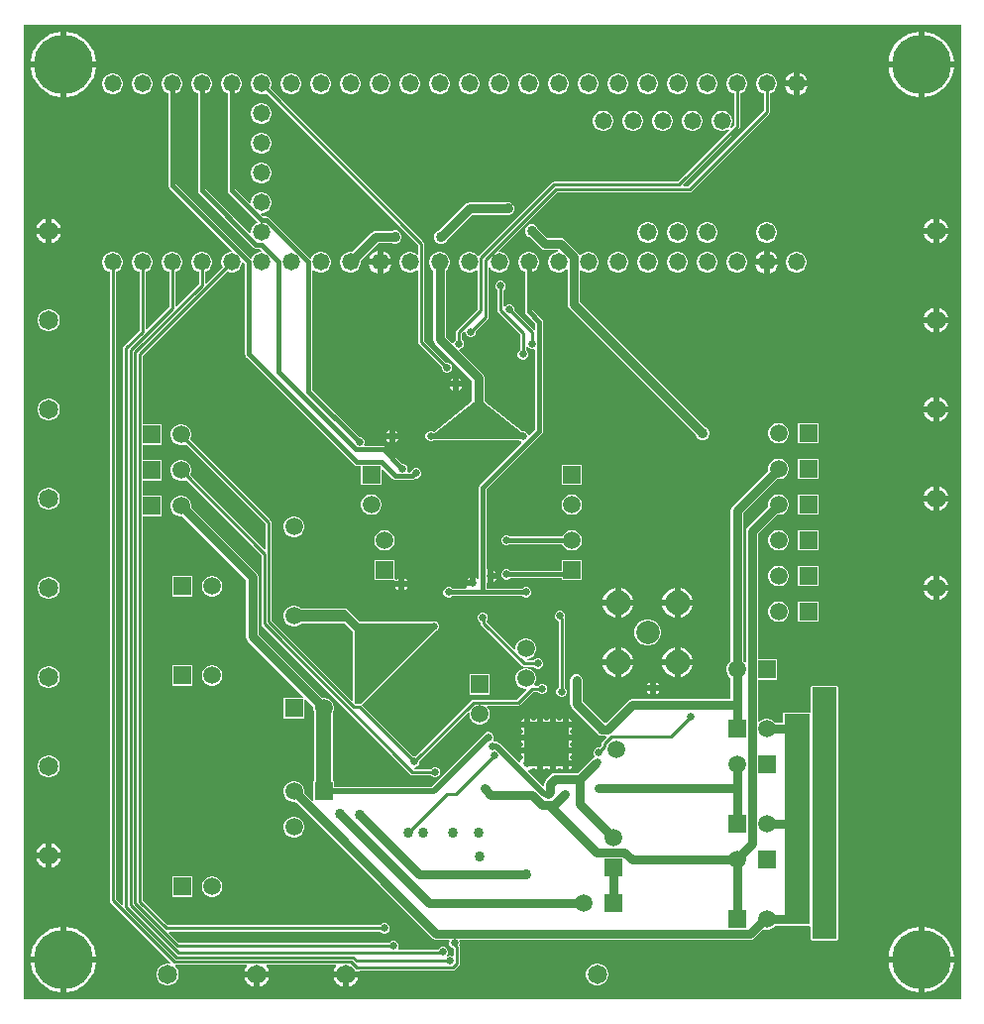
<source format=gbr>
%TF.GenerationSoftware,Altium Limited,Altium Designer,21.7.1 (17)*%
G04 Layer_Physical_Order=2*
G04 Layer_Color=16711680*
%FSLAX26Y26*%
%MOIN*%
%TF.SameCoordinates,27FB9546-20EE-4E74-96E1-B46C9306E405*%
%TF.FilePolarity,Positive*%
%TF.FileFunction,Copper,L2,Bot,Signal*%
%TF.Part,Single*%
G01*
G75*
%TA.AperFunction,Conductor*%
%ADD22C,0.010000*%
%ADD23C,0.030000*%
%ADD24C,0.015000*%
%ADD25C,0.020000*%
%TA.AperFunction,ComponentPad*%
%ADD26C,0.058000*%
%ADD27C,0.059055*%
%ADD28R,0.059055X0.059055*%
%ADD29R,0.059055X0.059055*%
%TA.AperFunction,ViaPad*%
%ADD30C,0.200000*%
%ADD31C,0.059055*%
%TA.AperFunction,ComponentPad*%
%ADD32C,0.082677*%
%ADD33C,0.078740*%
%TA.AperFunction,ViaPad*%
%ADD34C,0.065000*%
%ADD35C,0.025000*%
%ADD36C,0.034000*%
G36*
X3169707Y15293D02*
X15293D01*
Y3294707D01*
X3169707D01*
Y15293D01*
D02*
G37*
%LPC*%
G36*
X3045000Y3269787D02*
Y3170000D01*
X3144787D01*
X3142291Y3185758D01*
X3136941Y3202225D01*
X3129080Y3217653D01*
X3118903Y3231660D01*
X3106660Y3243903D01*
X3092653Y3254080D01*
X3077225Y3261941D01*
X3060758Y3267291D01*
X3045000Y3269787D01*
D02*
G37*
G36*
X3025000D02*
X3009242Y3267291D01*
X2992775Y3261941D01*
X2977347Y3254080D01*
X2963340Y3243903D01*
X2951097Y3231660D01*
X2940920Y3217653D01*
X2933059Y3202225D01*
X2927709Y3185758D01*
X2925213Y3170000D01*
X3025000D01*
Y3269787D01*
D02*
G37*
G36*
X160000D02*
Y3170000D01*
X259787D01*
X257291Y3185758D01*
X251941Y3202225D01*
X244080Y3217653D01*
X233903Y3231660D01*
X221660Y3243903D01*
X207653Y3254080D01*
X192225Y3261941D01*
X175758Y3267291D01*
X160000Y3269787D01*
D02*
G37*
G36*
X140000D02*
X124242Y3267291D01*
X107775Y3261941D01*
X92347Y3254080D01*
X78340Y3243903D01*
X66097Y3231660D01*
X55920Y3217653D01*
X48059Y3202225D01*
X42709Y3185758D01*
X40213Y3170000D01*
X140000D01*
Y3269787D01*
D02*
G37*
G36*
X2625000Y3132696D02*
Y3105000D01*
X2652696D01*
X2651342Y3110053D01*
X2646208Y3118947D01*
X2638947Y3126208D01*
X2630053Y3131342D01*
X2625000Y3132696D01*
D02*
G37*
G36*
X2605000D02*
X2599947Y3131342D01*
X2591053Y3126208D01*
X2583792Y3118947D01*
X2578658Y3110053D01*
X2577304Y3105000D01*
X2605000D01*
Y3132696D01*
D02*
G37*
G36*
X2319476Y3129000D02*
X2310524D01*
X2301876Y3126683D01*
X2294124Y3122207D01*
X2287793Y3115876D01*
X2283317Y3108124D01*
X2281000Y3099476D01*
Y3090524D01*
X2283317Y3081876D01*
X2287793Y3074124D01*
X2294124Y3067793D01*
X2301876Y3063317D01*
X2310524Y3061000D01*
X2319476D01*
X2328124Y3063317D01*
X2335876Y3067793D01*
X2342207Y3074124D01*
X2346683Y3081876D01*
X2349000Y3090524D01*
Y3099476D01*
X2346683Y3108124D01*
X2342207Y3115876D01*
X2335876Y3122207D01*
X2328124Y3126683D01*
X2319476Y3129000D01*
D02*
G37*
G36*
X2219476D02*
X2210524D01*
X2201876Y3126683D01*
X2194124Y3122207D01*
X2187793Y3115876D01*
X2183317Y3108124D01*
X2181000Y3099476D01*
Y3090524D01*
X2183317Y3081876D01*
X2187793Y3074124D01*
X2194124Y3067793D01*
X2201876Y3063317D01*
X2210524Y3061000D01*
X2219476D01*
X2228124Y3063317D01*
X2235876Y3067793D01*
X2242207Y3074124D01*
X2246683Y3081876D01*
X2249000Y3090524D01*
Y3099476D01*
X2246683Y3108124D01*
X2242207Y3115876D01*
X2235876Y3122207D01*
X2228124Y3126683D01*
X2219476Y3129000D01*
D02*
G37*
G36*
X2119476D02*
X2110524D01*
X2101876Y3126683D01*
X2094124Y3122207D01*
X2087793Y3115876D01*
X2083317Y3108124D01*
X2081000Y3099476D01*
Y3090524D01*
X2083317Y3081876D01*
X2087793Y3074124D01*
X2094124Y3067793D01*
X2101876Y3063317D01*
X2110524Y3061000D01*
X2119476D01*
X2128124Y3063317D01*
X2135876Y3067793D01*
X2142207Y3074124D01*
X2146683Y3081876D01*
X2149000Y3090524D01*
Y3099476D01*
X2146683Y3108124D01*
X2142207Y3115876D01*
X2135876Y3122207D01*
X2128124Y3126683D01*
X2119476Y3129000D01*
D02*
G37*
G36*
X2019476D02*
X2010524D01*
X2001877Y3126683D01*
X1994123Y3122207D01*
X1987793Y3115876D01*
X1983317Y3108124D01*
X1981000Y3099476D01*
Y3090524D01*
X1983317Y3081876D01*
X1987793Y3074124D01*
X1994123Y3067793D01*
X2001877Y3063317D01*
X2010524Y3061000D01*
X2019476D01*
X2028123Y3063317D01*
X2035877Y3067793D01*
X2042207Y3074124D01*
X2046683Y3081876D01*
X2049000Y3090524D01*
Y3099476D01*
X2046683Y3108124D01*
X2042207Y3115876D01*
X2035877Y3122207D01*
X2028123Y3126683D01*
X2019476Y3129000D01*
D02*
G37*
G36*
X1919476D02*
X1910524D01*
X1901877Y3126683D01*
X1894123Y3122207D01*
X1887793Y3115876D01*
X1883317Y3108124D01*
X1881000Y3099476D01*
Y3090524D01*
X1883317Y3081876D01*
X1887793Y3074124D01*
X1894123Y3067793D01*
X1901877Y3063317D01*
X1910524Y3061000D01*
X1919476D01*
X1928123Y3063317D01*
X1935877Y3067793D01*
X1942207Y3074124D01*
X1946683Y3081876D01*
X1949000Y3090524D01*
Y3099476D01*
X1946683Y3108124D01*
X1942207Y3115876D01*
X1935877Y3122207D01*
X1928123Y3126683D01*
X1919476Y3129000D01*
D02*
G37*
G36*
X1819476D02*
X1810524D01*
X1801877Y3126683D01*
X1794123Y3122207D01*
X1787793Y3115876D01*
X1783317Y3108124D01*
X1781000Y3099476D01*
Y3090524D01*
X1783317Y3081876D01*
X1787793Y3074124D01*
X1794123Y3067793D01*
X1801877Y3063317D01*
X1810524Y3061000D01*
X1819476D01*
X1828123Y3063317D01*
X1835877Y3067793D01*
X1842207Y3074124D01*
X1846683Y3081876D01*
X1849000Y3090524D01*
Y3099476D01*
X1846683Y3108124D01*
X1842207Y3115876D01*
X1835877Y3122207D01*
X1828123Y3126683D01*
X1819476Y3129000D01*
D02*
G37*
G36*
X1719476D02*
X1710524D01*
X1701877Y3126683D01*
X1694123Y3122207D01*
X1687793Y3115876D01*
X1683317Y3108124D01*
X1681000Y3099476D01*
Y3090524D01*
X1683317Y3081876D01*
X1687793Y3074124D01*
X1694123Y3067793D01*
X1701877Y3063317D01*
X1710524Y3061000D01*
X1719476D01*
X1728123Y3063317D01*
X1735877Y3067793D01*
X1742207Y3074124D01*
X1746683Y3081876D01*
X1749000Y3090524D01*
Y3099476D01*
X1746683Y3108124D01*
X1742207Y3115876D01*
X1735877Y3122207D01*
X1728123Y3126683D01*
X1719476Y3129000D01*
D02*
G37*
G36*
X1619476D02*
X1610524D01*
X1601877Y3126683D01*
X1594123Y3122207D01*
X1587793Y3115876D01*
X1583317Y3108124D01*
X1581000Y3099476D01*
Y3090524D01*
X1583317Y3081876D01*
X1587793Y3074124D01*
X1594123Y3067793D01*
X1601877Y3063317D01*
X1610524Y3061000D01*
X1619476D01*
X1628123Y3063317D01*
X1635877Y3067793D01*
X1642207Y3074124D01*
X1646683Y3081876D01*
X1649000Y3090524D01*
Y3099476D01*
X1646683Y3108124D01*
X1642207Y3115876D01*
X1635877Y3122207D01*
X1628123Y3126683D01*
X1619476Y3129000D01*
D02*
G37*
G36*
X1519476D02*
X1510524D01*
X1501877Y3126683D01*
X1494123Y3122207D01*
X1487793Y3115876D01*
X1483317Y3108124D01*
X1481000Y3099476D01*
Y3090524D01*
X1483317Y3081876D01*
X1487793Y3074124D01*
X1494123Y3067793D01*
X1501877Y3063317D01*
X1510524Y3061000D01*
X1519476D01*
X1528123Y3063317D01*
X1535877Y3067793D01*
X1542207Y3074124D01*
X1546683Y3081876D01*
X1549000Y3090524D01*
Y3099476D01*
X1546683Y3108124D01*
X1542207Y3115876D01*
X1535877Y3122207D01*
X1528123Y3126683D01*
X1519476Y3129000D01*
D02*
G37*
G36*
X1419476D02*
X1410524D01*
X1401877Y3126683D01*
X1394123Y3122207D01*
X1387793Y3115876D01*
X1383317Y3108124D01*
X1381000Y3099476D01*
Y3090524D01*
X1383317Y3081876D01*
X1387793Y3074124D01*
X1394123Y3067793D01*
X1401877Y3063317D01*
X1410524Y3061000D01*
X1419476D01*
X1428123Y3063317D01*
X1435877Y3067793D01*
X1442207Y3074124D01*
X1446683Y3081876D01*
X1449000Y3090524D01*
Y3099476D01*
X1446683Y3108124D01*
X1442207Y3115876D01*
X1435877Y3122207D01*
X1428123Y3126683D01*
X1419476Y3129000D01*
D02*
G37*
G36*
X1319476D02*
X1310524D01*
X1301877Y3126683D01*
X1294123Y3122207D01*
X1287793Y3115876D01*
X1283317Y3108124D01*
X1281000Y3099476D01*
Y3090524D01*
X1283317Y3081876D01*
X1287793Y3074124D01*
X1294123Y3067793D01*
X1301877Y3063317D01*
X1310524Y3061000D01*
X1319476D01*
X1328123Y3063317D01*
X1335877Y3067793D01*
X1342207Y3074124D01*
X1346683Y3081876D01*
X1349000Y3090524D01*
Y3099476D01*
X1346683Y3108124D01*
X1342207Y3115876D01*
X1335877Y3122207D01*
X1328123Y3126683D01*
X1319476Y3129000D01*
D02*
G37*
G36*
X1219476D02*
X1210524D01*
X1201877Y3126683D01*
X1194123Y3122207D01*
X1187793Y3115876D01*
X1183317Y3108124D01*
X1181000Y3099476D01*
Y3090524D01*
X1183317Y3081876D01*
X1187793Y3074124D01*
X1194123Y3067793D01*
X1201877Y3063317D01*
X1210524Y3061000D01*
X1219476D01*
X1228123Y3063317D01*
X1235877Y3067793D01*
X1242207Y3074124D01*
X1246683Y3081876D01*
X1249000Y3090524D01*
Y3099476D01*
X1246683Y3108124D01*
X1242207Y3115876D01*
X1235877Y3122207D01*
X1228123Y3126683D01*
X1219476Y3129000D01*
D02*
G37*
G36*
X1119476D02*
X1110524D01*
X1101877Y3126683D01*
X1094123Y3122207D01*
X1087793Y3115876D01*
X1083317Y3108124D01*
X1081000Y3099476D01*
Y3090524D01*
X1083317Y3081876D01*
X1087793Y3074124D01*
X1094123Y3067793D01*
X1101877Y3063317D01*
X1110524Y3061000D01*
X1119476D01*
X1128123Y3063317D01*
X1135877Y3067793D01*
X1142207Y3074124D01*
X1146683Y3081876D01*
X1149000Y3090524D01*
Y3099476D01*
X1146683Y3108124D01*
X1142207Y3115876D01*
X1135877Y3122207D01*
X1128123Y3126683D01*
X1119476Y3129000D01*
D02*
G37*
G36*
X1019476D02*
X1010524D01*
X1001876Y3126683D01*
X994124Y3122207D01*
X987793Y3115876D01*
X983317Y3108124D01*
X981000Y3099476D01*
Y3090524D01*
X983317Y3081876D01*
X987793Y3074124D01*
X994124Y3067793D01*
X1001876Y3063317D01*
X1010524Y3061000D01*
X1019476D01*
X1028123Y3063317D01*
X1035877Y3067793D01*
X1042207Y3074124D01*
X1046683Y3081876D01*
X1049000Y3090524D01*
Y3099476D01*
X1046683Y3108124D01*
X1042207Y3115876D01*
X1035877Y3122207D01*
X1028123Y3126683D01*
X1019476Y3129000D01*
D02*
G37*
G36*
X919476D02*
X910524D01*
X901876Y3126683D01*
X894124Y3122207D01*
X887793Y3115876D01*
X883317Y3108124D01*
X881000Y3099476D01*
Y3090524D01*
X883317Y3081876D01*
X887793Y3074124D01*
X894124Y3067793D01*
X901876Y3063317D01*
X910524Y3061000D01*
X919476D01*
X928124Y3063317D01*
X935876Y3067793D01*
X942207Y3074124D01*
X946683Y3081876D01*
X949000Y3090524D01*
Y3099476D01*
X946683Y3108124D01*
X942207Y3115876D01*
X935876Y3122207D01*
X928124Y3126683D01*
X919476Y3129000D01*
D02*
G37*
G36*
X419476D02*
X410524D01*
X401877Y3126683D01*
X394123Y3122207D01*
X387793Y3115876D01*
X383317Y3108124D01*
X381000Y3099476D01*
Y3090524D01*
X383317Y3081876D01*
X387793Y3074124D01*
X394123Y3067793D01*
X401877Y3063317D01*
X410524Y3061000D01*
X419476D01*
X428123Y3063317D01*
X435877Y3067793D01*
X442207Y3074124D01*
X446683Y3081876D01*
X449000Y3090524D01*
Y3099476D01*
X446683Y3108124D01*
X442207Y3115876D01*
X435877Y3122207D01*
X428123Y3126683D01*
X419476Y3129000D01*
D02*
G37*
G36*
X319476D02*
X310524D01*
X301877Y3126683D01*
X294123Y3122207D01*
X287793Y3115876D01*
X283317Y3108124D01*
X281000Y3099476D01*
Y3090524D01*
X283317Y3081876D01*
X287793Y3074124D01*
X294123Y3067793D01*
X301877Y3063317D01*
X310524Y3061000D01*
X319476D01*
X328123Y3063317D01*
X335877Y3067793D01*
X342207Y3074124D01*
X346683Y3081876D01*
X349000Y3090524D01*
Y3099476D01*
X346683Y3108124D01*
X342207Y3115876D01*
X335877Y3122207D01*
X328123Y3126683D01*
X319476Y3129000D01*
D02*
G37*
G36*
X2652696Y3085000D02*
X2625000D01*
Y3057304D01*
X2630053Y3058658D01*
X2638947Y3063792D01*
X2646208Y3071053D01*
X2651342Y3079947D01*
X2652696Y3085000D01*
D02*
G37*
G36*
X2605000D02*
X2577304D01*
X2578658Y3079947D01*
X2583792Y3071053D01*
X2591053Y3063792D01*
X2599947Y3058658D01*
X2605000Y3057304D01*
Y3085000D01*
D02*
G37*
G36*
X3144787Y3150000D02*
X3045000D01*
Y3050213D01*
X3060758Y3052709D01*
X3077225Y3058059D01*
X3092653Y3065920D01*
X3106660Y3076097D01*
X3118903Y3088340D01*
X3129080Y3102347D01*
X3136941Y3117775D01*
X3142291Y3134242D01*
X3144787Y3150000D01*
D02*
G37*
G36*
X3025000D02*
X2925213D01*
X2927709Y3134242D01*
X2933059Y3117775D01*
X2940920Y3102347D01*
X2951097Y3088340D01*
X2963340Y3076097D01*
X2977347Y3065920D01*
X2992775Y3058059D01*
X3009242Y3052709D01*
X3025000Y3050213D01*
Y3150000D01*
D02*
G37*
G36*
X259787D02*
X160000D01*
Y3050213D01*
X175758Y3052709D01*
X192225Y3058059D01*
X207653Y3065920D01*
X221660Y3076097D01*
X233903Y3088340D01*
X244080Y3102347D01*
X251941Y3117775D01*
X257291Y3134242D01*
X259787Y3150000D01*
D02*
G37*
G36*
X140000D02*
X40213D01*
X42709Y3134242D01*
X48059Y3117775D01*
X55920Y3102347D01*
X66097Y3088340D01*
X78340Y3076097D01*
X92347Y3065920D01*
X107775Y3058059D01*
X124242Y3052709D01*
X140000Y3050213D01*
Y3150000D01*
D02*
G37*
G36*
X819476Y3029000D02*
X810524D01*
X801876Y3026683D01*
X794124Y3022207D01*
X787793Y3015876D01*
X783317Y3008124D01*
X781000Y2999476D01*
Y2990524D01*
X783317Y2981876D01*
X787793Y2974124D01*
X794124Y2967793D01*
X801876Y2963317D01*
X810524Y2961000D01*
X819476D01*
X828124Y2963317D01*
X835876Y2967793D01*
X842207Y2974124D01*
X846683Y2981876D01*
X849000Y2990524D01*
Y2999476D01*
X846683Y3008124D01*
X842207Y3015876D01*
X835876Y3022207D01*
X828124Y3026683D01*
X819476Y3029000D01*
D02*
G37*
G36*
X2269476Y3004000D02*
X2260524D01*
X2251876Y3001683D01*
X2244124Y2997207D01*
X2237793Y2990876D01*
X2233317Y2983124D01*
X2231000Y2974476D01*
Y2965524D01*
X2233317Y2956876D01*
X2237793Y2949124D01*
X2244124Y2942793D01*
X2251876Y2938317D01*
X2260524Y2936000D01*
X2269476D01*
X2278124Y2938317D01*
X2285876Y2942793D01*
X2292207Y2949124D01*
X2296683Y2956876D01*
X2299000Y2965524D01*
Y2974476D01*
X2296683Y2983124D01*
X2292207Y2990876D01*
X2285876Y2997207D01*
X2278124Y3001683D01*
X2269476Y3004000D01*
D02*
G37*
G36*
X2169476D02*
X2160524D01*
X2151876Y3001683D01*
X2144124Y2997207D01*
X2137793Y2990876D01*
X2133317Y2983124D01*
X2131000Y2974476D01*
Y2965524D01*
X2133317Y2956876D01*
X2137793Y2949124D01*
X2144124Y2942793D01*
X2151876Y2938317D01*
X2160524Y2936000D01*
X2169476D01*
X2178124Y2938317D01*
X2185876Y2942793D01*
X2192207Y2949124D01*
X2196683Y2956876D01*
X2199000Y2965524D01*
Y2974476D01*
X2196683Y2983124D01*
X2192207Y2990876D01*
X2185876Y2997207D01*
X2178124Y3001683D01*
X2169476Y3004000D01*
D02*
G37*
G36*
X2069476D02*
X2060524D01*
X2051876Y3001683D01*
X2044123Y2997207D01*
X2037793Y2990876D01*
X2033317Y2983124D01*
X2031000Y2974476D01*
Y2965524D01*
X2033317Y2956876D01*
X2037793Y2949124D01*
X2044123Y2942793D01*
X2051876Y2938317D01*
X2060524Y2936000D01*
X2069476D01*
X2078124Y2938317D01*
X2085876Y2942793D01*
X2092207Y2949124D01*
X2096683Y2956876D01*
X2099000Y2965524D01*
Y2974476D01*
X2096683Y2983124D01*
X2092207Y2990876D01*
X2085876Y2997207D01*
X2078124Y3001683D01*
X2069476Y3004000D01*
D02*
G37*
G36*
X1969476D02*
X1960524D01*
X1951877Y3001683D01*
X1944123Y2997207D01*
X1937793Y2990876D01*
X1933317Y2983124D01*
X1931000Y2974476D01*
Y2965524D01*
X1933317Y2956876D01*
X1937793Y2949124D01*
X1944123Y2942793D01*
X1951877Y2938317D01*
X1960524Y2936000D01*
X1969476D01*
X1978123Y2938317D01*
X1985877Y2942793D01*
X1992207Y2949124D01*
X1996683Y2956876D01*
X1999000Y2965524D01*
Y2974476D01*
X1996683Y2983124D01*
X1992207Y2990876D01*
X1985877Y2997207D01*
X1978123Y3001683D01*
X1969476Y3004000D01*
D02*
G37*
G36*
X819476Y2929000D02*
X810524D01*
X801876Y2926683D01*
X794124Y2922207D01*
X787793Y2915876D01*
X783317Y2908124D01*
X781000Y2899476D01*
Y2890524D01*
X783317Y2881876D01*
X787793Y2874124D01*
X794124Y2867793D01*
X801876Y2863317D01*
X810524Y2861000D01*
X819476D01*
X828124Y2863317D01*
X835876Y2867793D01*
X842207Y2874124D01*
X846683Y2881876D01*
X849000Y2890524D01*
Y2899476D01*
X846683Y2908124D01*
X842207Y2915876D01*
X835876Y2922207D01*
X828124Y2926683D01*
X819476Y2929000D01*
D02*
G37*
G36*
Y2829000D02*
X810524D01*
X801876Y2826683D01*
X794124Y2822207D01*
X787793Y2815876D01*
X783317Y2808124D01*
X781000Y2799476D01*
Y2790524D01*
X783317Y2781876D01*
X787793Y2774124D01*
X794124Y2767793D01*
X801876Y2763317D01*
X810524Y2761000D01*
X819476D01*
X828124Y2763317D01*
X835876Y2767793D01*
X842207Y2774124D01*
X846683Y2781876D01*
X849000Y2790524D01*
Y2799476D01*
X846683Y2808124D01*
X842207Y2815876D01*
X835876Y2822207D01*
X828124Y2826683D01*
X819476Y2829000D01*
D02*
G37*
G36*
X2519476Y3129000D02*
X2510524D01*
X2501876Y3126683D01*
X2494124Y3122207D01*
X2487793Y3115876D01*
X2483317Y3108124D01*
X2481000Y3099476D01*
Y3090524D01*
X2483317Y3081876D01*
X2487793Y3074124D01*
X2494124Y3067793D01*
X2501876Y3063317D01*
X2504804Y3062533D01*
Y3004223D01*
X2251283Y2750702D01*
X2236148D01*
X2234235Y2755321D01*
X2422210Y2943296D01*
X2424420Y2946604D01*
X2425196Y2950506D01*
Y3062533D01*
X2428124Y3063317D01*
X2435876Y3067793D01*
X2442207Y3074124D01*
X2446683Y3081876D01*
X2449000Y3090524D01*
Y3099476D01*
X2446683Y3108124D01*
X2442207Y3115876D01*
X2435876Y3122207D01*
X2428124Y3126683D01*
X2419476Y3129000D01*
X2410524D01*
X2401876Y3126683D01*
X2394124Y3122207D01*
X2387793Y3115876D01*
X2383317Y3108124D01*
X2381000Y3099476D01*
Y3090524D01*
X2383317Y3081876D01*
X2387793Y3074124D01*
X2394124Y3067793D01*
X2401876Y3063317D01*
X2404804Y3062533D01*
Y2954729D01*
X2395799Y2945724D01*
X2392207Y2949124D01*
X2396683Y2956876D01*
X2399000Y2965524D01*
Y2974476D01*
X2396683Y2983124D01*
X2392207Y2990876D01*
X2385876Y2997207D01*
X2378124Y3001683D01*
X2369476Y3004000D01*
X2360524D01*
X2351876Y3001683D01*
X2344124Y2997207D01*
X2337793Y2990876D01*
X2333317Y2983124D01*
X2331000Y2974476D01*
Y2965524D01*
X2333317Y2956876D01*
X2337793Y2949124D01*
X2344124Y2942793D01*
X2351876Y2938317D01*
X2360524Y2936000D01*
X2369476D01*
X2378124Y2938317D01*
X2385876Y2942793D01*
X2389276Y2939201D01*
X2215777Y2765702D01*
X1799139D01*
X1795237Y2764926D01*
X1791929Y2762716D01*
X1546922Y2517709D01*
X1546785Y2517575D01*
X1546098Y2517320D01*
X1540668Y2517415D01*
X1535877Y2522207D01*
X1528123Y2526683D01*
X1519476Y2529000D01*
X1510524D01*
X1501877Y2526683D01*
X1494123Y2522207D01*
X1487793Y2515876D01*
X1483317Y2508124D01*
X1481000Y2499476D01*
Y2490524D01*
X1483317Y2481876D01*
X1487793Y2474124D01*
X1494123Y2467793D01*
X1501877Y2463317D01*
X1510524Y2461000D01*
X1519476D01*
X1528123Y2463317D01*
X1535877Y2467793D01*
X1538804Y2470721D01*
X1543804Y2468650D01*
Y2338223D01*
X1472790Y2267210D01*
X1470580Y2263902D01*
X1469804Y2260000D01*
Y2234553D01*
X1465164Y2229913D01*
X1462500Y2223481D01*
Y2223410D01*
X1457500Y2221338D01*
X1435392Y2243447D01*
Y2467513D01*
X1435877Y2467793D01*
X1442207Y2474124D01*
X1446683Y2481876D01*
X1449000Y2490524D01*
Y2499476D01*
X1446683Y2508124D01*
X1442207Y2515876D01*
X1435877Y2522207D01*
X1428123Y2526683D01*
X1419476Y2529000D01*
X1410524D01*
X1401877Y2526683D01*
X1394123Y2522207D01*
X1387793Y2515876D01*
X1383317Y2508124D01*
X1381000Y2499476D01*
Y2490524D01*
X1383317Y2481876D01*
X1387793Y2474124D01*
X1394123Y2467793D01*
X1394608Y2467513D01*
Y2235000D01*
X1396160Y2227196D01*
X1400581Y2220581D01*
X1524608Y2096553D01*
Y2025937D01*
X1395038Y1924710D01*
X1394913Y1924836D01*
X1388481Y1927500D01*
X1381519D01*
X1375087Y1924836D01*
X1370164Y1919913D01*
X1367500Y1913481D01*
Y1906519D01*
X1370164Y1900087D01*
X1375087Y1895164D01*
X1381519Y1892500D01*
X1388481D01*
X1394913Y1895164D01*
X1397004Y1897255D01*
X1682996D01*
X1686279Y1893972D01*
X1690053Y1892409D01*
X1691404Y1886688D01*
X1550988Y1746272D01*
X1548225Y1742138D01*
X1547255Y1737260D01*
Y1431636D01*
X1542255Y1429565D01*
X1537745Y1434075D01*
X1535000Y1435212D01*
Y1415000D01*
X1525000D01*
Y1405000D01*
X1504788D01*
X1505722Y1402745D01*
X1503902Y1397745D01*
X1457004D01*
X1454913Y1399836D01*
X1448481Y1402500D01*
X1441519D01*
X1435087Y1399836D01*
X1430164Y1394913D01*
X1427500Y1388481D01*
Y1381519D01*
X1430164Y1375087D01*
X1435087Y1370164D01*
X1441519Y1367500D01*
X1448481D01*
X1454913Y1370164D01*
X1457004Y1372255D01*
X1692996D01*
X1695087Y1370164D01*
X1701519Y1367500D01*
X1708481D01*
X1714913Y1370164D01*
X1719836Y1375087D01*
X1722500Y1381519D01*
Y1388481D01*
X1719836Y1394913D01*
X1714913Y1399836D01*
X1708481Y1402500D01*
X1701519D01*
X1695087Y1399836D01*
X1692996Y1397745D01*
X1572745D01*
Y1416223D01*
X1575000Y1417729D01*
Y1440000D01*
Y1462271D01*
X1572745Y1463777D01*
Y1731981D01*
X1759012Y1918248D01*
X1761775Y1922383D01*
X1762745Y1927260D01*
Y2294749D01*
X1761775Y2299626D01*
X1759012Y2303761D01*
X1727745Y2335028D01*
Y2463216D01*
X1728123Y2463317D01*
X1735877Y2467793D01*
X1742207Y2474124D01*
X1746683Y2481876D01*
X1749000Y2490524D01*
Y2499476D01*
X1746683Y2508124D01*
X1742207Y2515876D01*
X1735877Y2522207D01*
X1728123Y2526683D01*
X1719476Y2529000D01*
X1710524D01*
X1701877Y2526683D01*
X1694123Y2522207D01*
X1687793Y2515876D01*
X1683317Y2508124D01*
X1681000Y2499476D01*
Y2490524D01*
X1683317Y2481876D01*
X1687793Y2474124D01*
X1694123Y2467793D01*
X1701877Y2463317D01*
X1702255Y2463216D01*
Y2329749D01*
X1703225Y2324871D01*
X1705988Y2320737D01*
X1737255Y2289470D01*
Y2268658D01*
X1732255Y2267142D01*
X1732210Y2267210D01*
X1667500Y2331919D01*
Y2338481D01*
X1664836Y2344913D01*
X1659913Y2349836D01*
X1653481Y2352500D01*
X1646519D01*
X1640087Y2349836D01*
X1635196Y2344945D01*
X1635010Y2344946D01*
X1630196Y2345984D01*
Y2400447D01*
X1634836Y2405087D01*
X1637500Y2411519D01*
Y2418481D01*
X1634836Y2424913D01*
X1629913Y2429836D01*
X1623481Y2432500D01*
X1616519D01*
X1610087Y2429836D01*
X1605164Y2424913D01*
X1602500Y2418481D01*
Y2411519D01*
X1605164Y2405087D01*
X1609804Y2400447D01*
Y2333180D01*
X1610580Y2329278D01*
X1612790Y2325971D01*
X1684804Y2253957D01*
Y2199553D01*
X1680164Y2194913D01*
X1677500Y2188481D01*
Y2181519D01*
X1680164Y2175087D01*
X1685087Y2170164D01*
X1691519Y2167500D01*
X1698481D01*
X1704913Y2170164D01*
X1709836Y2175087D01*
X1712500Y2181519D01*
Y2188481D01*
X1709836Y2194913D01*
X1705196Y2199553D01*
Y2209016D01*
X1710010Y2210054D01*
X1710196Y2210055D01*
X1715087Y2205164D01*
X1721519Y2202500D01*
X1728481D01*
X1732255Y2204063D01*
X1737255Y2200974D01*
Y1932539D01*
X1718312Y1913596D01*
X1712591Y1914947D01*
X1711028Y1918721D01*
X1706105Y1923643D01*
X1699673Y1926308D01*
X1692917D01*
X1565392Y2025937D01*
Y2104999D01*
X1565392Y2105000D01*
X1563840Y2112804D01*
X1559419Y2119419D01*
X1481338Y2197500D01*
X1483409Y2202500D01*
X1483481D01*
X1489913Y2205164D01*
X1494836Y2210087D01*
X1497500Y2216519D01*
Y2223481D01*
X1494836Y2229913D01*
X1490196Y2234553D01*
Y2255777D01*
X1497500Y2263081D01*
X1502500Y2261010D01*
Y2256519D01*
X1505164Y2250087D01*
X1510087Y2245164D01*
X1516519Y2242500D01*
X1523481D01*
X1529913Y2245164D01*
X1534836Y2250087D01*
X1537500Y2256519D01*
Y2263081D01*
X1576210Y2301790D01*
X1578420Y2305098D01*
X1579196Y2309000D01*
Y2479014D01*
X1584196Y2480354D01*
X1587793Y2474124D01*
X1594123Y2467793D01*
X1601877Y2463317D01*
X1610524Y2461000D01*
X1619476D01*
X1628123Y2463317D01*
X1635877Y2467793D01*
X1642207Y2474124D01*
X1646683Y2481876D01*
X1649000Y2490524D01*
Y2499476D01*
X1646683Y2508124D01*
X1642207Y2515876D01*
X1635877Y2522207D01*
X1628123Y2526683D01*
X1619476Y2529000D01*
X1615336D01*
X1613265Y2534000D01*
X1809575Y2730310D01*
X2255506D01*
X2259408Y2731086D01*
X2262716Y2733296D01*
X2522210Y2992790D01*
X2524420Y2996098D01*
X2525196Y3000000D01*
Y3062533D01*
X2528124Y3063317D01*
X2535876Y3067793D01*
X2542207Y3074124D01*
X2546683Y3081876D01*
X2549000Y3090524D01*
Y3099476D01*
X2546683Y3108124D01*
X2542207Y3115876D01*
X2535876Y3122207D01*
X2528124Y3126683D01*
X2519476Y3129000D01*
D02*
G37*
G36*
X1649376Y2697000D02*
X1640624D01*
X1636741Y2695392D01*
X1515000D01*
X1507196Y2693840D01*
X1500581Y2689419D01*
X1411420Y2600259D01*
X1407538Y2598651D01*
X1401349Y2592462D01*
X1398000Y2584376D01*
Y2575624D01*
X1401349Y2567538D01*
X1407538Y2561349D01*
X1415624Y2558000D01*
X1424376D01*
X1432462Y2561349D01*
X1438651Y2567538D01*
X1440259Y2571421D01*
X1523447Y2654608D01*
X1636741D01*
X1640624Y2653000D01*
X1649376D01*
X1657462Y2656349D01*
X1663651Y2662538D01*
X1667000Y2670624D01*
Y2679376D01*
X1663651Y2687462D01*
X1657462Y2693651D01*
X1649376Y2697000D01*
D02*
G37*
G36*
X3095000Y2641320D02*
Y2610000D01*
X3126320D01*
X3124604Y2616404D01*
X3119008Y2626096D01*
X3111096Y2634008D01*
X3101404Y2639604D01*
X3095000Y2641320D01*
D02*
G37*
G36*
X3075000D02*
X3068596Y2639604D01*
X3058904Y2634008D01*
X3050992Y2626096D01*
X3045396Y2616404D01*
X3043680Y2610000D01*
X3075000D01*
Y2641320D01*
D02*
G37*
G36*
X110000D02*
Y2610000D01*
X141320D01*
X139604Y2616404D01*
X134008Y2626096D01*
X126096Y2634008D01*
X116404Y2639604D01*
X110000Y2641320D01*
D02*
G37*
G36*
X90000D02*
X83596Y2639604D01*
X73904Y2634008D01*
X65992Y2626096D01*
X60396Y2616404D01*
X58680Y2610000D01*
X90000D01*
Y2641320D01*
D02*
G37*
G36*
X1269376Y2602000D02*
X1260624D01*
X1256741Y2600392D01*
X1200001D01*
X1200000Y2600392D01*
X1192196Y2598840D01*
X1185581Y2594419D01*
X1185581Y2594419D01*
X1120017Y2528855D01*
X1119476Y2529000D01*
X1110524D01*
X1101877Y2526683D01*
X1094123Y2522207D01*
X1087793Y2515876D01*
X1083317Y2508124D01*
X1081000Y2499476D01*
Y2490524D01*
X1083317Y2481876D01*
X1087793Y2474124D01*
X1094123Y2467793D01*
X1101877Y2463317D01*
X1110524Y2461000D01*
X1119476D01*
X1128123Y2463317D01*
X1135877Y2467793D01*
X1142207Y2474124D01*
X1146683Y2481876D01*
X1149000Y2490524D01*
Y2499476D01*
X1148855Y2500017D01*
X1208447Y2559608D01*
X1256741D01*
X1260624Y2558000D01*
X1269376D01*
X1277462Y2561349D01*
X1283651Y2567538D01*
X1287000Y2575624D01*
Y2584376D01*
X1283651Y2592462D01*
X1277462Y2598651D01*
X1269376Y2602000D01*
D02*
G37*
G36*
X719476Y3129000D02*
X710524D01*
X701876Y3126683D01*
X694124Y3122207D01*
X687793Y3115876D01*
X683317Y3108124D01*
X681000Y3099476D01*
Y3090524D01*
X683317Y3081876D01*
X687793Y3074124D01*
X694124Y3067793D01*
X701876Y3063317D01*
X702255Y3063216D01*
Y2736310D01*
X703225Y2731433D01*
X705988Y2727298D01*
X801936Y2631350D01*
X800390Y2625825D01*
X794124Y2622207D01*
X787793Y2615876D01*
X783317Y2608124D01*
X781000Y2599476D01*
Y2595405D01*
X776000Y2593334D01*
X627745Y2741589D01*
Y3063216D01*
X628124Y3063317D01*
X635876Y3067793D01*
X642207Y3074124D01*
X646683Y3081876D01*
X649000Y3090524D01*
Y3099476D01*
X646683Y3108124D01*
X642207Y3115876D01*
X635876Y3122207D01*
X628124Y3126683D01*
X619476Y3129000D01*
X610524D01*
X601876Y3126683D01*
X594124Y3122207D01*
X587793Y3115876D01*
X583317Y3108124D01*
X581000Y3099476D01*
Y3090524D01*
X583317Y3081876D01*
X587793Y3074124D01*
X594124Y3067793D01*
X601876Y3063317D01*
X602255Y3063216D01*
Y2736310D01*
X603225Y2731433D01*
X605988Y2727298D01*
X788798Y2544488D01*
X792933Y2541725D01*
X797810Y2540755D01*
X809911D01*
X816666Y2534000D01*
X814595Y2529000D01*
X810524D01*
X801876Y2526683D01*
X794124Y2522207D01*
X787793Y2515876D01*
X784175Y2509610D01*
X778650Y2508064D01*
X527745Y2758969D01*
Y3063216D01*
X528124Y3063317D01*
X535876Y3067793D01*
X542207Y3074124D01*
X546683Y3081876D01*
X549000Y3090524D01*
Y3099476D01*
X546683Y3108124D01*
X542207Y3115876D01*
X535876Y3122207D01*
X528124Y3126683D01*
X519476Y3129000D01*
X510524D01*
X501877Y3126683D01*
X494123Y3122207D01*
X487793Y3115876D01*
X483317Y3108124D01*
X481000Y3099476D01*
Y3090524D01*
X483317Y3081876D01*
X487793Y3074124D01*
X494123Y3067793D01*
X501877Y3063317D01*
X502255Y3063216D01*
Y2753690D01*
X503225Y2748812D01*
X505988Y2744678D01*
X716666Y2534000D01*
X714595Y2529000D01*
X710524D01*
X701876Y2526683D01*
X694124Y2522207D01*
X687793Y2515876D01*
X683317Y2508124D01*
X681000Y2499476D01*
Y2490524D01*
X683317Y2481876D01*
X684832Y2479252D01*
X629815Y2424235D01*
X625196Y2426148D01*
Y2462533D01*
X628124Y2463317D01*
X635876Y2467793D01*
X642207Y2474124D01*
X646683Y2481876D01*
X649000Y2490524D01*
Y2499476D01*
X646683Y2508124D01*
X642207Y2515876D01*
X635876Y2522207D01*
X628124Y2526683D01*
X619476Y2529000D01*
X610524D01*
X601876Y2526683D01*
X594124Y2522207D01*
X587793Y2515876D01*
X583317Y2508124D01*
X581000Y2499476D01*
Y2490524D01*
X583317Y2481876D01*
X587793Y2474124D01*
X594124Y2467793D01*
X601876Y2463317D01*
X604804Y2462533D01*
Y2420436D01*
X529815Y2345448D01*
X525196Y2347361D01*
Y2462533D01*
X528124Y2463317D01*
X535876Y2467793D01*
X542207Y2474124D01*
X546683Y2481876D01*
X549000Y2490524D01*
Y2499476D01*
X546683Y2508124D01*
X542207Y2515876D01*
X535876Y2522207D01*
X528124Y2526683D01*
X519476Y2529000D01*
X510524D01*
X501877Y2526683D01*
X494123Y2522207D01*
X487793Y2515876D01*
X483317Y2508124D01*
X481000Y2499476D01*
Y2490524D01*
X483317Y2481876D01*
X487793Y2474124D01*
X494123Y2467793D01*
X501877Y2463317D01*
X504804Y2462533D01*
Y2344223D01*
X429815Y2269235D01*
X425196Y2271148D01*
Y2462533D01*
X428123Y2463317D01*
X435877Y2467793D01*
X442207Y2474124D01*
X446683Y2481876D01*
X449000Y2490524D01*
Y2499476D01*
X446683Y2508124D01*
X442207Y2515876D01*
X435877Y2522207D01*
X428123Y2526683D01*
X419476Y2529000D01*
X410524D01*
X401877Y2526683D01*
X394123Y2522207D01*
X387793Y2515876D01*
X383317Y2508124D01*
X381000Y2499476D01*
Y2490524D01*
X383317Y2481876D01*
X387793Y2474124D01*
X394123Y2467793D01*
X401877Y2463317D01*
X404804Y2462533D01*
Y2265436D01*
X353263Y2213895D01*
X351053Y2210587D01*
X350276Y2206686D01*
Y335823D01*
X345657Y333909D01*
X325196Y354370D01*
Y2462533D01*
X328123Y2463317D01*
X335877Y2467793D01*
X342207Y2474124D01*
X346683Y2481876D01*
X349000Y2490524D01*
Y2499476D01*
X346683Y2508124D01*
X342207Y2515876D01*
X335877Y2522207D01*
X328123Y2526683D01*
X319476Y2529000D01*
X310524D01*
X301877Y2526683D01*
X294123Y2522207D01*
X287793Y2515876D01*
X283317Y2508124D01*
X281000Y2499476D01*
Y2490524D01*
X283317Y2481876D01*
X287793Y2474124D01*
X294123Y2467793D01*
X301877Y2463317D01*
X304804Y2462533D01*
Y350147D01*
X305580Y346245D01*
X307790Y342938D01*
X509192Y141536D01*
X506603Y137054D01*
X504937Y137500D01*
X495063D01*
X485526Y134944D01*
X476974Y130007D01*
X469993Y123025D01*
X465056Y114475D01*
X462500Y104937D01*
Y95063D01*
X465056Y85525D01*
X469993Y76975D01*
X476974Y69993D01*
X485526Y65056D01*
X495063Y62500D01*
X504937D01*
X514475Y65056D01*
X523025Y69993D01*
X530008Y76975D01*
X534944Y85525D01*
X537500Y95063D01*
Y104937D01*
X534944Y114475D01*
X530008Y123025D01*
X525729Y127304D01*
X527800Y132304D01*
X765667D01*
X767581Y127685D01*
X765992Y126096D01*
X760396Y116404D01*
X758680Y110000D01*
X841320D01*
X839604Y116404D01*
X834008Y126096D01*
X832419Y127685D01*
X834333Y132304D01*
X1065667D01*
X1067581Y127685D01*
X1065992Y126096D01*
X1060396Y116404D01*
X1058680Y110000D01*
X1143041D01*
X1144809Y112304D01*
X1459320D01*
X1463222Y113080D01*
X1466529Y115290D01*
X1479710Y128471D01*
X1481920Y131778D01*
X1482696Y135680D01*
Y193441D01*
X1481920Y197343D01*
X1481210Y198405D01*
X1482500Y201519D01*
Y208481D01*
X1480997Y212108D01*
X1484173Y217108D01*
X1924086D01*
X1924797Y216633D01*
X1932601Y215081D01*
X1932601Y215081D01*
X2459130D01*
X2466933Y216633D01*
X2473549Y221053D01*
X2504550Y252054D01*
X2510454Y250472D01*
X2519546D01*
X2528327Y252826D01*
X2536200Y257371D01*
X2542629Y263800D01*
X2543096Y264608D01*
X2574951D01*
X2575000Y264588D01*
X2660000D01*
X2664588Y261076D01*
Y220000D01*
X2666173Y216173D01*
X2670000Y214588D01*
X2750000D01*
X2753827Y216173D01*
X2755412Y220000D01*
Y1065000D01*
X2753827Y1068827D01*
X2750000Y1070412D01*
X2670000D01*
X2666173Y1068827D01*
X2664588Y1065000D01*
Y983924D01*
X2660000Y980412D01*
X2575000D01*
X2571173Y978827D01*
X2569588Y975000D01*
Y945392D01*
X2543096D01*
X2542629Y946200D01*
X2536200Y952629D01*
X2528327Y957174D01*
X2519546Y959528D01*
X2510454D01*
X2501673Y957174D01*
X2493800Y952629D01*
X2490864Y949693D01*
X2485864Y951764D01*
Y1090473D01*
X2549528D01*
Y1159527D01*
X2485864D01*
Y1582026D01*
X2549552Y1645714D01*
X2550454Y1645473D01*
X2559546D01*
X2568327Y1647825D01*
X2576200Y1652371D01*
X2582629Y1658800D01*
X2587175Y1666673D01*
X2589528Y1675454D01*
Y1684546D01*
X2587175Y1693327D01*
X2582629Y1701200D01*
X2576200Y1707629D01*
X2568327Y1712175D01*
X2559546Y1714527D01*
X2550454D01*
X2541673Y1712175D01*
X2533800Y1707629D01*
X2527371Y1701200D01*
X2522825Y1693327D01*
X2520472Y1684546D01*
Y1675454D01*
X2520714Y1674553D01*
X2451053Y1604892D01*
X2446633Y1598276D01*
X2445081Y1590472D01*
Y1150820D01*
X2440081Y1148749D01*
X2436200Y1152629D01*
X2435392Y1153096D01*
Y1651553D01*
X2549553Y1765714D01*
X2550454Y1765473D01*
X2559546D01*
X2568327Y1767825D01*
X2576200Y1772371D01*
X2582629Y1778800D01*
X2587175Y1786673D01*
X2589528Y1795454D01*
Y1804546D01*
X2587175Y1813327D01*
X2582629Y1821200D01*
X2576200Y1827629D01*
X2568327Y1832175D01*
X2559546Y1834527D01*
X2550454D01*
X2541673Y1832175D01*
X2533800Y1827629D01*
X2527371Y1821200D01*
X2522825Y1813327D01*
X2520472Y1804546D01*
Y1795454D01*
X2520714Y1794553D01*
X2400581Y1674419D01*
X2396160Y1667804D01*
X2394608Y1660000D01*
Y1153096D01*
X2393800Y1152629D01*
X2387371Y1146200D01*
X2382825Y1138327D01*
X2380472Y1129546D01*
Y1120454D01*
X2382825Y1111673D01*
X2387371Y1103800D01*
X2393800Y1097371D01*
X2394608Y1096904D01*
Y1025392D01*
X2063744D01*
X2055941Y1023840D01*
X2049325Y1019419D01*
X1975091Y945185D01*
X1968653D01*
X1895392Y1018447D01*
Y1090000D01*
X1893840Y1097804D01*
X1889419Y1104419D01*
X1882804Y1108840D01*
X1875000Y1110392D01*
X1867196Y1108840D01*
X1860581Y1104419D01*
X1856160Y1097804D01*
X1854608Y1090000D01*
Y1010000D01*
X1856160Y1002196D01*
X1860581Y995581D01*
X1944442Y911720D01*
X1946981Y907920D01*
X1953597Y903499D01*
X1961400Y901947D01*
X1974556D01*
X1976628Y896947D01*
X1963263Y883582D01*
X1961053Y880275D01*
X1960276Y876373D01*
Y869696D01*
X1953081Y862500D01*
X1946519D01*
X1940087Y859836D01*
X1935164Y854913D01*
X1932500Y848481D01*
Y841519D01*
X1935164Y835087D01*
X1936133Y834119D01*
X1934681Y829334D01*
X1932196Y828840D01*
X1925581Y824419D01*
X1878912Y777751D01*
X1804613D01*
X1796810Y776198D01*
X1790194Y771778D01*
X1772620Y754204D01*
X1768200Y747589D01*
X1766648Y739785D01*
Y735288D01*
X1762028Y733374D01*
X1712483Y782920D01*
X1714396Y787539D01*
X1714515D01*
X1722785Y790965D01*
X1729114Y797294D01*
X1729193Y797485D01*
X1734193D01*
X1734272Y797294D01*
X1740601Y790965D01*
X1743347Y789828D01*
Y800000D01*
X1700000D01*
Y843346D01*
X1689828D01*
X1690965Y840601D01*
X1697294Y834272D01*
X1697485Y834193D01*
Y829193D01*
X1697294Y829114D01*
X1690965Y822785D01*
X1687539Y814515D01*
Y814396D01*
X1682920Y812483D01*
X1617739Y877664D01*
X1612777Y880979D01*
X1606925Y882143D01*
X1603292D01*
X1602793Y882641D01*
X1598142Y884568D01*
X1596205Y886235D01*
X1595518Y890306D01*
X1597120Y894171D01*
Y901133D01*
X1594455Y907565D01*
X1589533Y912488D01*
X1586315Y913821D01*
X1585853Y914130D01*
X1585308Y914238D01*
X1583101Y915152D01*
X1580711D01*
X1580000Y915294D01*
X1579289Y915152D01*
X1576139D01*
X1569707Y912488D01*
X1564784Y907565D01*
X1563969Y905598D01*
X1388665Y730294D01*
X1059527D01*
Y749528D01*
X1055412D01*
Y978620D01*
X1057175Y981673D01*
X1059527Y990454D01*
Y999546D01*
X1057175Y1008327D01*
X1052629Y1016200D01*
X1046200Y1022629D01*
X1038327Y1027175D01*
X1029546Y1029527D01*
X1020454D01*
X1019553Y1029286D01*
X805392Y1243447D01*
Y1435000D01*
X803840Y1442803D01*
X799419Y1449419D01*
X579286Y1669553D01*
X579528Y1670454D01*
Y1679546D01*
X577174Y1688327D01*
X572629Y1696200D01*
X566200Y1702629D01*
X558327Y1707175D01*
X549546Y1709527D01*
X540454D01*
X531673Y1707175D01*
X523800Y1702629D01*
X517371Y1696200D01*
X512826Y1688327D01*
X510473Y1679546D01*
Y1670454D01*
X512826Y1661673D01*
X517371Y1653800D01*
X523800Y1647371D01*
X531673Y1642825D01*
X540454Y1640473D01*
X549546D01*
X550447Y1640714D01*
X764608Y1426553D01*
Y1235000D01*
X766160Y1227196D01*
X770581Y1220581D01*
X956634Y1034527D01*
X954563Y1029527D01*
X890472D01*
Y960472D01*
X959528D01*
Y1024563D01*
X964528Y1026634D01*
X990714Y1000447D01*
X990472Y999546D01*
Y990454D01*
X992826Y981673D01*
X994588Y978620D01*
Y749528D01*
X990472D01*
Y685437D01*
X985472Y683366D01*
X959286Y709553D01*
X959528Y710454D01*
Y719546D01*
X957174Y728327D01*
X952629Y736200D01*
X946200Y742629D01*
X938327Y747174D01*
X929546Y749528D01*
X920454D01*
X911673Y747174D01*
X903800Y742629D01*
X897371Y736200D01*
X892826Y728327D01*
X890472Y719546D01*
Y710454D01*
X892826Y701673D01*
X897371Y693800D01*
X903800Y687371D01*
X911673Y682826D01*
X920454Y680472D01*
X929546D01*
X930447Y680714D01*
X1388081Y223081D01*
X1394696Y218660D01*
X1402500Y217108D01*
X1445827D01*
X1449003Y212108D01*
X1447500Y208481D01*
Y201519D01*
X1450164Y195087D01*
X1455087Y190164D01*
X1461519Y187500D01*
X1462304D01*
Y163977D01*
X1457304Y160916D01*
X1453481Y162500D01*
X1446519D01*
X1442764Y160945D01*
X1439984Y164878D01*
X1439864Y165155D01*
X1442500Y171519D01*
Y178481D01*
X1439836Y184913D01*
X1434913Y189836D01*
X1428481Y192500D01*
X1421519D01*
X1415087Y189836D01*
X1410164Y184913D01*
X1409246Y182696D01*
X1278977D01*
X1275916Y187696D01*
X1277500Y191519D01*
Y198481D01*
X1274836Y204913D01*
X1269913Y209836D01*
X1263481Y212500D01*
X1256519D01*
X1250087Y209836D01*
X1245447Y205196D01*
X538010D01*
X503021Y240185D01*
X504935Y244804D01*
X1215447D01*
X1220087Y240164D01*
X1226519Y237500D01*
X1233481D01*
X1239913Y240164D01*
X1244836Y245087D01*
X1247500Y251519D01*
Y258481D01*
X1244836Y264913D01*
X1239913Y269836D01*
X1233481Y272500D01*
X1226519D01*
X1220087Y269836D01*
X1215447Y265196D01*
X499223D01*
X415668Y348751D01*
Y1640473D01*
X479527D01*
Y1709527D01*
X415668D01*
Y1760473D01*
X479527D01*
Y1829527D01*
X415668D01*
Y1880473D01*
X479527D01*
Y1949527D01*
X415668D01*
Y2181249D01*
X699252Y2464832D01*
X701876Y2463317D01*
X710524Y2461000D01*
X719476D01*
X728124Y2463317D01*
X735876Y2467793D01*
X742207Y2474124D01*
X746683Y2481876D01*
X749000Y2490524D01*
Y2494595D01*
X754000Y2496666D01*
X760755Y2489911D01*
Y2186145D01*
X761725Y2181267D01*
X764488Y2177133D01*
X1128605Y1813016D01*
X1132740Y1810253D01*
X1137617Y1809283D01*
X1150473D01*
Y1745473D01*
X1219527D01*
Y1797648D01*
X1224147Y1799562D01*
X1257721Y1765988D01*
X1261855Y1763225D01*
X1266733Y1762255D01*
X1322294D01*
X1327171Y1763225D01*
X1331306Y1765988D01*
X1332818Y1767500D01*
X1338481D01*
X1344913Y1770164D01*
X1349836Y1775087D01*
X1352500Y1781519D01*
Y1788481D01*
X1349836Y1794913D01*
X1344913Y1799836D01*
X1338481Y1802500D01*
X1331519D01*
X1325087Y1799836D01*
X1320164Y1794913D01*
X1317500Y1788481D01*
Y1788230D01*
X1317015Y1787745D01*
X1309026D01*
X1305937Y1792745D01*
X1307500Y1796519D01*
Y1803481D01*
X1304836Y1809913D01*
X1299913Y1814836D01*
X1293481Y1817500D01*
X1290524D01*
X1234012Y1874012D01*
X1229877Y1876775D01*
X1225000Y1877745D01*
X1164026D01*
X1160937Y1882745D01*
X1162500Y1886519D01*
Y1893481D01*
X1159836Y1899913D01*
X1154913Y1904836D01*
X1148481Y1907500D01*
X1145524D01*
X986245Y2066779D01*
Y2468601D01*
X991245Y2470672D01*
X994124Y2467793D01*
X1001876Y2463317D01*
X1010524Y2461000D01*
X1019476D01*
X1028123Y2463317D01*
X1035877Y2467793D01*
X1042207Y2474124D01*
X1046683Y2481876D01*
X1049000Y2490524D01*
Y2499476D01*
X1046683Y2508124D01*
X1042207Y2515876D01*
X1035877Y2522207D01*
X1028123Y2526683D01*
X1019476Y2529000D01*
X1010524D01*
X1001876Y2526683D01*
X994124Y2522207D01*
X987793Y2515876D01*
X984175Y2509610D01*
X978650Y2508064D01*
X841202Y2645512D01*
X837067Y2648275D01*
X832190Y2649245D01*
X820089D01*
X813334Y2656000D01*
X815405Y2661000D01*
X819476D01*
X828124Y2663317D01*
X835876Y2667793D01*
X842207Y2674124D01*
X846683Y2681876D01*
X849000Y2690524D01*
Y2699476D01*
X846683Y2708124D01*
X842207Y2715876D01*
X835876Y2722207D01*
X828124Y2726683D01*
X819476Y2729000D01*
X810524D01*
X801876Y2726683D01*
X794124Y2722207D01*
X787793Y2715876D01*
X783317Y2708124D01*
X781000Y2699476D01*
Y2695405D01*
X776000Y2693334D01*
X727745Y2741589D01*
Y3063216D01*
X728124Y3063317D01*
X735876Y3067793D01*
X742207Y3074124D01*
X746683Y3081876D01*
X749000Y3090524D01*
Y3099476D01*
X746683Y3108124D01*
X742207Y3115876D01*
X735876Y3122207D01*
X728124Y3126683D01*
X719476Y3129000D01*
D02*
G37*
G36*
X2519476Y2629000D02*
X2510524D01*
X2501876Y2626683D01*
X2494124Y2622207D01*
X2487793Y2615876D01*
X2483317Y2608124D01*
X2481000Y2599476D01*
Y2590524D01*
X2483317Y2581876D01*
X2487793Y2574124D01*
X2494124Y2567793D01*
X2501876Y2563317D01*
X2510524Y2561000D01*
X2519476D01*
X2528124Y2563317D01*
X2535876Y2567793D01*
X2542207Y2574124D01*
X2546683Y2581876D01*
X2549000Y2590524D01*
Y2599476D01*
X2546683Y2608124D01*
X2542207Y2615876D01*
X2535876Y2622207D01*
X2528124Y2626683D01*
X2519476Y2629000D01*
D02*
G37*
G36*
X2319476D02*
X2310524D01*
X2301876Y2626683D01*
X2294124Y2622207D01*
X2287793Y2615876D01*
X2283317Y2608124D01*
X2281000Y2599476D01*
Y2590524D01*
X2283317Y2581876D01*
X2287793Y2574124D01*
X2294124Y2567793D01*
X2301876Y2563317D01*
X2310524Y2561000D01*
X2319476D01*
X2328124Y2563317D01*
X2335876Y2567793D01*
X2342207Y2574124D01*
X2346683Y2581876D01*
X2349000Y2590524D01*
Y2599476D01*
X2346683Y2608124D01*
X2342207Y2615876D01*
X2335876Y2622207D01*
X2328124Y2626683D01*
X2319476Y2629000D01*
D02*
G37*
G36*
X2219476D02*
X2210524D01*
X2201876Y2626683D01*
X2194124Y2622207D01*
X2187793Y2615876D01*
X2183317Y2608124D01*
X2181000Y2599476D01*
Y2590524D01*
X2183317Y2581876D01*
X2187793Y2574124D01*
X2194124Y2567793D01*
X2201876Y2563317D01*
X2210524Y2561000D01*
X2219476D01*
X2228124Y2563317D01*
X2235876Y2567793D01*
X2242207Y2574124D01*
X2246683Y2581876D01*
X2249000Y2590524D01*
Y2599476D01*
X2246683Y2608124D01*
X2242207Y2615876D01*
X2235876Y2622207D01*
X2228124Y2626683D01*
X2219476Y2629000D01*
D02*
G37*
G36*
X2119476D02*
X2110524D01*
X2101876Y2626683D01*
X2094124Y2622207D01*
X2087793Y2615876D01*
X2083317Y2608124D01*
X2081000Y2599476D01*
Y2590524D01*
X2083317Y2581876D01*
X2087793Y2574124D01*
X2094124Y2567793D01*
X2101876Y2563317D01*
X2110524Y2561000D01*
X2119476D01*
X2128124Y2563317D01*
X2135876Y2567793D01*
X2142207Y2574124D01*
X2146683Y2581876D01*
X2149000Y2590524D01*
Y2599476D01*
X2146683Y2608124D01*
X2142207Y2615876D01*
X2135876Y2622207D01*
X2128124Y2626683D01*
X2119476Y2629000D01*
D02*
G37*
G36*
X3126320Y2590000D02*
X3095000D01*
Y2558680D01*
X3101404Y2560396D01*
X3111096Y2565992D01*
X3119008Y2573904D01*
X3124604Y2583596D01*
X3126320Y2590000D01*
D02*
G37*
G36*
X3075000D02*
X3043680D01*
X3045396Y2583596D01*
X3050992Y2573904D01*
X3058904Y2565992D01*
X3068596Y2560396D01*
X3075000Y2558680D01*
Y2590000D01*
D02*
G37*
G36*
X141320D02*
X110000D01*
Y2558680D01*
X116404Y2560396D01*
X126096Y2565992D01*
X134008Y2573904D01*
X139604Y2583596D01*
X141320Y2590000D01*
D02*
G37*
G36*
X90000D02*
X58680D01*
X60396Y2583596D01*
X65992Y2573904D01*
X73904Y2565992D01*
X83596Y2560396D01*
X90000Y2558680D01*
Y2590000D01*
D02*
G37*
G36*
X819476Y3129000D02*
X810524D01*
X801876Y3126683D01*
X794124Y3122207D01*
X787793Y3115876D01*
X783317Y3108124D01*
X781000Y3099476D01*
Y3090524D01*
X783317Y3081876D01*
X787793Y3074124D01*
X794124Y3067793D01*
X801876Y3063317D01*
X810524Y3061000D01*
X819476D01*
X828124Y3063317D01*
X830748Y3064832D01*
X1343804Y2551777D01*
Y2521350D01*
X1338804Y2519279D01*
X1335877Y2522207D01*
X1328123Y2526683D01*
X1319476Y2529000D01*
X1310524D01*
X1301877Y2526683D01*
X1294123Y2522207D01*
X1287793Y2515876D01*
X1283317Y2508124D01*
X1281000Y2499476D01*
Y2490524D01*
X1283317Y2481876D01*
X1287793Y2474124D01*
X1294123Y2467793D01*
X1301877Y2463317D01*
X1310524Y2461000D01*
X1319476D01*
X1328123Y2463317D01*
X1335877Y2467793D01*
X1338804Y2470721D01*
X1343804Y2468650D01*
Y2226000D01*
X1344580Y2222098D01*
X1346790Y2218790D01*
X1422500Y2143081D01*
Y2136519D01*
X1425164Y2130087D01*
X1430087Y2125164D01*
X1436519Y2122500D01*
X1443481D01*
X1449913Y2125164D01*
X1454836Y2130087D01*
X1457500Y2136519D01*
Y2143481D01*
X1454836Y2149913D01*
X1449913Y2154836D01*
X1443481Y2157500D01*
X1436919D01*
X1364196Y2230223D01*
Y2556000D01*
X1363420Y2559902D01*
X1361210Y2563210D01*
X845168Y3079252D01*
X846683Y3081876D01*
X849000Y3090524D01*
Y3099476D01*
X846683Y3108124D01*
X842207Y3115876D01*
X835876Y3122207D01*
X828124Y3126683D01*
X819476Y3129000D01*
D02*
G37*
G36*
X2525000Y2532696D02*
Y2505000D01*
X2552696D01*
X2551342Y2510053D01*
X2546208Y2518947D01*
X2538947Y2526208D01*
X2530053Y2531342D01*
X2525000Y2532696D01*
D02*
G37*
G36*
X1225000D02*
Y2505000D01*
X1252696D01*
X1251342Y2510053D01*
X1246208Y2518947D01*
X1238947Y2526208D01*
X1230053Y2531342D01*
X1225000Y2532696D01*
D02*
G37*
G36*
X2505000D02*
X2499947Y2531342D01*
X2491053Y2526208D01*
X2483792Y2518947D01*
X2478658Y2510053D01*
X2477304Y2505000D01*
X2505000D01*
Y2532696D01*
D02*
G37*
G36*
X1205000D02*
X1199947Y2531342D01*
X1191053Y2526208D01*
X1183792Y2518947D01*
X1178658Y2510053D01*
X1177304Y2505000D01*
X1205000D01*
Y2532696D01*
D02*
G37*
G36*
X2619476Y2529000D02*
X2610524D01*
X2601876Y2526683D01*
X2594124Y2522207D01*
X2587793Y2515876D01*
X2583317Y2508124D01*
X2581000Y2499476D01*
Y2490524D01*
X2583317Y2481876D01*
X2587793Y2474124D01*
X2594124Y2467793D01*
X2601876Y2463317D01*
X2610524Y2461000D01*
X2619476D01*
X2628124Y2463317D01*
X2635876Y2467793D01*
X2642207Y2474124D01*
X2646683Y2481876D01*
X2649000Y2490524D01*
Y2499476D01*
X2646683Y2508124D01*
X2642207Y2515876D01*
X2635876Y2522207D01*
X2628124Y2526683D01*
X2619476Y2529000D01*
D02*
G37*
G36*
X2419476D02*
X2410524D01*
X2401876Y2526683D01*
X2394124Y2522207D01*
X2387793Y2515876D01*
X2383317Y2508124D01*
X2381000Y2499476D01*
Y2490524D01*
X2383317Y2481876D01*
X2387793Y2474124D01*
X2394124Y2467793D01*
X2401876Y2463317D01*
X2410524Y2461000D01*
X2419476D01*
X2428124Y2463317D01*
X2435876Y2467793D01*
X2442207Y2474124D01*
X2446683Y2481876D01*
X2449000Y2490524D01*
Y2499476D01*
X2446683Y2508124D01*
X2442207Y2515876D01*
X2435876Y2522207D01*
X2428124Y2526683D01*
X2419476Y2529000D01*
D02*
G37*
G36*
X2319476D02*
X2310524D01*
X2301876Y2526683D01*
X2294124Y2522207D01*
X2287793Y2515876D01*
X2283317Y2508124D01*
X2281000Y2499476D01*
Y2490524D01*
X2283317Y2481876D01*
X2287793Y2474124D01*
X2294124Y2467793D01*
X2301876Y2463317D01*
X2310524Y2461000D01*
X2319476D01*
X2328124Y2463317D01*
X2335876Y2467793D01*
X2342207Y2474124D01*
X2346683Y2481876D01*
X2349000Y2490524D01*
Y2499476D01*
X2346683Y2508124D01*
X2342207Y2515876D01*
X2335876Y2522207D01*
X2328124Y2526683D01*
X2319476Y2529000D01*
D02*
G37*
G36*
X2219476D02*
X2210524D01*
X2201876Y2526683D01*
X2194124Y2522207D01*
X2187793Y2515876D01*
X2183317Y2508124D01*
X2181000Y2499476D01*
Y2490524D01*
X2183317Y2481876D01*
X2187793Y2474124D01*
X2194124Y2467793D01*
X2201876Y2463317D01*
X2210524Y2461000D01*
X2219476D01*
X2228124Y2463317D01*
X2235876Y2467793D01*
X2242207Y2474124D01*
X2246683Y2481876D01*
X2249000Y2490524D01*
Y2499476D01*
X2246683Y2508124D01*
X2242207Y2515876D01*
X2235876Y2522207D01*
X2228124Y2526683D01*
X2219476Y2529000D01*
D02*
G37*
G36*
X2119476D02*
X2110524D01*
X2101876Y2526683D01*
X2094124Y2522207D01*
X2087793Y2515876D01*
X2083317Y2508124D01*
X2081000Y2499476D01*
Y2490524D01*
X2083317Y2481876D01*
X2087793Y2474124D01*
X2094124Y2467793D01*
X2101876Y2463317D01*
X2110524Y2461000D01*
X2119476D01*
X2128124Y2463317D01*
X2135876Y2467793D01*
X2142207Y2474124D01*
X2146683Y2481876D01*
X2149000Y2490524D01*
Y2499476D01*
X2146683Y2508124D01*
X2142207Y2515876D01*
X2135876Y2522207D01*
X2128124Y2526683D01*
X2119476Y2529000D01*
D02*
G37*
G36*
X2019476D02*
X2010524D01*
X2001877Y2526683D01*
X1994123Y2522207D01*
X1987793Y2515876D01*
X1983317Y2508124D01*
X1981000Y2499476D01*
Y2490524D01*
X1983317Y2481876D01*
X1987793Y2474124D01*
X1994123Y2467793D01*
X2001877Y2463317D01*
X2010524Y2461000D01*
X2019476D01*
X2028123Y2463317D01*
X2035877Y2467793D01*
X2042207Y2474124D01*
X2046683Y2481876D01*
X2049000Y2490524D01*
Y2499476D01*
X2046683Y2508124D01*
X2042207Y2515876D01*
X2035877Y2522207D01*
X2028123Y2526683D01*
X2019476Y2529000D01*
D02*
G37*
G36*
X1729376Y2622000D02*
X1720624D01*
X1712538Y2618651D01*
X1706349Y2612462D01*
X1703000Y2604376D01*
Y2595624D01*
X1706349Y2587538D01*
X1712538Y2581349D01*
X1718268Y2578976D01*
X1754855Y2542389D01*
X1761470Y2537969D01*
X1769274Y2536416D01*
X1812341D01*
X1814198Y2534000D01*
X1811776Y2529000D01*
X1810524D01*
X1801877Y2526683D01*
X1794123Y2522207D01*
X1787793Y2515876D01*
X1783317Y2508124D01*
X1781000Y2499476D01*
Y2490524D01*
X1783317Y2481876D01*
X1787793Y2474124D01*
X1794123Y2467793D01*
X1801877Y2463317D01*
X1810524Y2461000D01*
X1819476D01*
X1828123Y2463317D01*
X1835877Y2467793D01*
X1840608Y2472525D01*
X1845608Y2470454D01*
Y2354000D01*
X1847160Y2346196D01*
X1851581Y2339581D01*
X2279741Y1911420D01*
X2281349Y1907538D01*
X2287538Y1901349D01*
X2295624Y1898000D01*
X2304376D01*
X2312462Y1901349D01*
X2318651Y1907538D01*
X2322000Y1915624D01*
Y1924376D01*
X2318651Y1932462D01*
X2312462Y1938651D01*
X2308579Y1940259D01*
X1886392Y2362447D01*
Y2468454D01*
X1891392Y2470525D01*
X1894123Y2467793D01*
X1901877Y2463317D01*
X1910524Y2461000D01*
X1919476D01*
X1928123Y2463317D01*
X1935877Y2467793D01*
X1942207Y2474124D01*
X1946683Y2481876D01*
X1949000Y2490524D01*
Y2499476D01*
X1946683Y2508124D01*
X1942207Y2515876D01*
X1935877Y2522207D01*
X1928123Y2526683D01*
X1919476Y2529000D01*
X1910524D01*
X1901877Y2526683D01*
X1894123Y2522207D01*
X1890448Y2518532D01*
X1885023Y2520177D01*
X1884840Y2521100D01*
X1880419Y2527716D01*
X1836907Y2571227D01*
X1830292Y2575648D01*
X1822488Y2577200D01*
X1777721D01*
X1744494Y2610427D01*
X1743651Y2612462D01*
X1737462Y2618651D01*
X1729376Y2622000D01*
D02*
G37*
G36*
X2552696Y2485000D02*
X2525000D01*
Y2457304D01*
X2530053Y2458658D01*
X2538947Y2463792D01*
X2546208Y2471053D01*
X2551342Y2479947D01*
X2552696Y2485000D01*
D02*
G37*
G36*
X1252696D02*
X1225000D01*
Y2457304D01*
X1230053Y2458658D01*
X1238947Y2463792D01*
X1246208Y2471053D01*
X1251342Y2479947D01*
X1252696Y2485000D01*
D02*
G37*
G36*
X2505000D02*
X2477304D01*
X2478658Y2479947D01*
X2483792Y2471053D01*
X2491053Y2463792D01*
X2499947Y2458658D01*
X2505000Y2457304D01*
Y2485000D01*
D02*
G37*
G36*
X1205000D02*
X1177304D01*
X1178658Y2479947D01*
X1183792Y2471053D01*
X1191053Y2463792D01*
X1199947Y2458658D01*
X1205000Y2457304D01*
Y2485000D01*
D02*
G37*
G36*
X3095000Y2341320D02*
Y2310000D01*
X3126320D01*
X3124604Y2316404D01*
X3119008Y2326096D01*
X3111096Y2334008D01*
X3101404Y2339604D01*
X3095000Y2341320D01*
D02*
G37*
G36*
X3075000D02*
X3068596Y2339604D01*
X3058904Y2334008D01*
X3050992Y2326096D01*
X3045396Y2316404D01*
X3043680Y2310000D01*
X3075000D01*
Y2341320D01*
D02*
G37*
G36*
X104937Y2337500D02*
X95063D01*
X85525Y2334944D01*
X76975Y2330008D01*
X69993Y2323026D01*
X65056Y2314474D01*
X62500Y2304937D01*
Y2295063D01*
X65056Y2285526D01*
X69993Y2276974D01*
X76975Y2269992D01*
X85525Y2265056D01*
X95063Y2262500D01*
X104937D01*
X114475Y2265056D01*
X123025Y2269992D01*
X130007Y2276974D01*
X134944Y2285526D01*
X137500Y2295063D01*
Y2304937D01*
X134944Y2314474D01*
X130007Y2323026D01*
X123025Y2330008D01*
X114475Y2334944D01*
X104937Y2337500D01*
D02*
G37*
G36*
X3126320Y2290000D02*
X3095000D01*
Y2258680D01*
X3101404Y2260396D01*
X3111096Y2265992D01*
X3119008Y2273904D01*
X3124604Y2283596D01*
X3126320Y2290000D01*
D02*
G37*
G36*
X3075000D02*
X3043680D01*
X3045396Y2283596D01*
X3050992Y2273904D01*
X3058904Y2265992D01*
X3068596Y2260396D01*
X3075000Y2258680D01*
Y2290000D01*
D02*
G37*
G36*
X1480000Y2105212D02*
Y2095000D01*
X1490212D01*
X1489075Y2097745D01*
X1482745Y2104075D01*
X1480000Y2105212D01*
D02*
G37*
G36*
X1460000D02*
X1457255Y2104075D01*
X1450925Y2097745D01*
X1449788Y2095000D01*
X1460000D01*
Y2105212D01*
D02*
G37*
G36*
X1490212Y2075000D02*
X1480000D01*
Y2064788D01*
X1482745Y2065925D01*
X1489075Y2072255D01*
X1490212Y2075000D01*
D02*
G37*
G36*
X1460000D02*
X1449788D01*
X1450925Y2072255D01*
X1457255Y2065925D01*
X1460000Y2064788D01*
Y2075000D01*
D02*
G37*
G36*
X3095000Y2041320D02*
Y2010000D01*
X3126320D01*
X3124604Y2016404D01*
X3119008Y2026096D01*
X3111096Y2034008D01*
X3101404Y2039604D01*
X3095000Y2041320D01*
D02*
G37*
G36*
X3075000D02*
X3068596Y2039604D01*
X3058904Y2034008D01*
X3050992Y2026096D01*
X3045396Y2016404D01*
X3043680Y2010000D01*
X3075000D01*
Y2041320D01*
D02*
G37*
G36*
X104937Y2037500D02*
X95063D01*
X85525Y2034944D01*
X76975Y2030007D01*
X69993Y2023025D01*
X65056Y2014475D01*
X62500Y2004937D01*
Y1995063D01*
X65056Y1985525D01*
X69993Y1976975D01*
X76975Y1969993D01*
X85525Y1965056D01*
X95063Y1962500D01*
X104937D01*
X114475Y1965056D01*
X123025Y1969993D01*
X130007Y1976975D01*
X134944Y1985525D01*
X137500Y1995063D01*
Y2004937D01*
X134944Y2014475D01*
X130007Y2023025D01*
X123025Y2030007D01*
X114475Y2034944D01*
X104937Y2037500D01*
D02*
G37*
G36*
X3126320Y1990000D02*
X3095000D01*
Y1958680D01*
X3101404Y1960396D01*
X3111096Y1965992D01*
X3119008Y1973904D01*
X3124604Y1983596D01*
X3126320Y1990000D01*
D02*
G37*
G36*
X3075000D02*
X3043680D01*
X3045396Y1983596D01*
X3050992Y1973904D01*
X3058904Y1965992D01*
X3068596Y1960396D01*
X3075000Y1958680D01*
Y1990000D01*
D02*
G37*
G36*
X1265000Y1930212D02*
Y1920000D01*
X1275212D01*
X1274075Y1922745D01*
X1267745Y1929075D01*
X1265000Y1930212D01*
D02*
G37*
G36*
X1245000D02*
X1242255Y1929075D01*
X1235925Y1922745D01*
X1234788Y1920000D01*
X1245000D01*
Y1930212D01*
D02*
G37*
G36*
X1275212Y1900000D02*
X1265000D01*
Y1889788D01*
X1267745Y1890925D01*
X1274075Y1897255D01*
X1275212Y1900000D01*
D02*
G37*
G36*
X1245000D02*
X1234788D01*
X1235925Y1897255D01*
X1242255Y1890925D01*
X1245000Y1889788D01*
Y1900000D01*
D02*
G37*
G36*
X2689528Y1954527D02*
X2620472D01*
Y1885473D01*
X2689528D01*
Y1954527D01*
D02*
G37*
G36*
X2559546D02*
X2550454D01*
X2541673Y1952175D01*
X2533800Y1947629D01*
X2527371Y1941200D01*
X2522825Y1933327D01*
X2520472Y1924546D01*
Y1915454D01*
X2522825Y1906673D01*
X2527371Y1898800D01*
X2533800Y1892371D01*
X2541673Y1887825D01*
X2550454Y1885473D01*
X2559546D01*
X2568327Y1887825D01*
X2576200Y1892371D01*
X2582629Y1898800D01*
X2587175Y1906673D01*
X2589528Y1915454D01*
Y1924546D01*
X2587175Y1933327D01*
X2582629Y1941200D01*
X2576200Y1947629D01*
X2568327Y1952175D01*
X2559546Y1954527D01*
D02*
G37*
G36*
X2689528Y1834527D02*
X2620472D01*
Y1765473D01*
X2689528D01*
Y1834527D01*
D02*
G37*
G36*
X1894527Y1814527D02*
X1825473D01*
Y1745473D01*
X1894527D01*
Y1814527D01*
D02*
G37*
G36*
X3095000Y1741320D02*
Y1710000D01*
X3126320D01*
X3124604Y1716404D01*
X3119008Y1726096D01*
X3111096Y1734008D01*
X3101404Y1739604D01*
X3095000Y1741320D01*
D02*
G37*
G36*
X3075000D02*
X3068596Y1739604D01*
X3058904Y1734008D01*
X3050992Y1726096D01*
X3045396Y1716404D01*
X3043680Y1710000D01*
X3075000D01*
Y1741320D01*
D02*
G37*
G36*
X104937Y1737500D02*
X95063D01*
X85525Y1734944D01*
X76975Y1730007D01*
X69993Y1723025D01*
X65056Y1714475D01*
X62500Y1704937D01*
Y1695063D01*
X65056Y1685525D01*
X69993Y1676975D01*
X76975Y1669993D01*
X85525Y1665056D01*
X95063Y1662500D01*
X104937D01*
X114475Y1665056D01*
X123025Y1669993D01*
X130007Y1676975D01*
X134944Y1685525D01*
X137500Y1695063D01*
Y1704937D01*
X134944Y1714475D01*
X130007Y1723025D01*
X123025Y1730007D01*
X114475Y1734944D01*
X104937Y1737500D01*
D02*
G37*
G36*
X3126320Y1690000D02*
X3095000D01*
Y1658680D01*
X3101404Y1660396D01*
X3111096Y1665992D01*
X3119008Y1673904D01*
X3124604Y1683596D01*
X3126320Y1690000D01*
D02*
G37*
G36*
X3075000D02*
X3043680D01*
X3045396Y1683596D01*
X3050992Y1673904D01*
X3058904Y1665992D01*
X3068596Y1660396D01*
X3075000Y1658680D01*
Y1690000D01*
D02*
G37*
G36*
X2689528Y1714527D02*
X2620472D01*
Y1645473D01*
X2689528D01*
Y1714527D01*
D02*
G37*
G36*
X1864546D02*
X1855454D01*
X1846673Y1712175D01*
X1838800Y1707629D01*
X1832371Y1701200D01*
X1827825Y1693327D01*
X1825473Y1684546D01*
Y1675454D01*
X1827825Y1666673D01*
X1832371Y1658800D01*
X1838800Y1652371D01*
X1846673Y1647825D01*
X1855454Y1645473D01*
X1864546D01*
X1873327Y1647825D01*
X1881200Y1652371D01*
X1887629Y1658800D01*
X1892175Y1666673D01*
X1894527Y1675454D01*
Y1684546D01*
X1892175Y1693327D01*
X1887629Y1701200D01*
X1881200Y1707629D01*
X1873327Y1712175D01*
X1864546Y1714527D01*
D02*
G37*
G36*
X1189546D02*
X1180454D01*
X1171673Y1712175D01*
X1163800Y1707629D01*
X1157371Y1701200D01*
X1152825Y1693327D01*
X1150473Y1684546D01*
Y1675454D01*
X1152825Y1666673D01*
X1157371Y1658800D01*
X1163800Y1652371D01*
X1171673Y1647825D01*
X1180454Y1645473D01*
X1189546D01*
X1198327Y1647825D01*
X1206200Y1652371D01*
X1212629Y1658800D01*
X1217175Y1666673D01*
X1219527Y1675454D01*
Y1684546D01*
X1217175Y1693327D01*
X1212629Y1701200D01*
X1206200Y1707629D01*
X1198327Y1712175D01*
X1189546Y1714527D01*
D02*
G37*
G36*
X1864546Y1594527D02*
X1855454D01*
X1846673Y1592175D01*
X1838800Y1587629D01*
X1832371Y1581200D01*
X1827825Y1573327D01*
X1827669Y1572745D01*
X1652004D01*
X1649913Y1574836D01*
X1643481Y1577500D01*
X1636519D01*
X1630087Y1574836D01*
X1625164Y1569913D01*
X1622500Y1563481D01*
Y1556519D01*
X1625164Y1550087D01*
X1630087Y1545164D01*
X1636519Y1542500D01*
X1643481D01*
X1649913Y1545164D01*
X1652004Y1547255D01*
X1827669D01*
X1827825Y1546673D01*
X1832371Y1538800D01*
X1838800Y1532371D01*
X1846673Y1527825D01*
X1855454Y1525473D01*
X1864546D01*
X1873327Y1527825D01*
X1881200Y1532371D01*
X1887629Y1538800D01*
X1892175Y1546673D01*
X1894527Y1555454D01*
Y1564546D01*
X1892175Y1573327D01*
X1887629Y1581200D01*
X1881200Y1587629D01*
X1873327Y1592175D01*
X1864546Y1594527D01*
D02*
G37*
G36*
X929546Y1639527D02*
X920454D01*
X911673Y1637175D01*
X903800Y1632629D01*
X897371Y1626200D01*
X892826Y1618327D01*
X890472Y1609546D01*
Y1600454D01*
X892826Y1591673D01*
X897371Y1583800D01*
X903800Y1577371D01*
X911673Y1572825D01*
X920454Y1570473D01*
X929546D01*
X938327Y1572825D01*
X946200Y1577371D01*
X952629Y1583800D01*
X957174Y1591673D01*
X959528Y1600454D01*
Y1609546D01*
X957174Y1618327D01*
X952629Y1626200D01*
X946200Y1632629D01*
X938327Y1637175D01*
X929546Y1639527D01*
D02*
G37*
G36*
X549546Y1949527D02*
X540454D01*
X531673Y1947175D01*
X523800Y1942629D01*
X517371Y1936200D01*
X512826Y1928327D01*
X510473Y1919546D01*
Y1910454D01*
X512826Y1901673D01*
X517371Y1893800D01*
X523800Y1887371D01*
X531673Y1882825D01*
X540454Y1880473D01*
X549546D01*
X558327Y1882825D01*
X561135Y1884446D01*
X829926Y1615655D01*
Y1531026D01*
X825307Y1529112D01*
X575554Y1778866D01*
X577174Y1781673D01*
X579528Y1790454D01*
Y1799546D01*
X577174Y1808327D01*
X572629Y1816200D01*
X566200Y1822629D01*
X558327Y1827175D01*
X549546Y1829527D01*
X540454D01*
X531673Y1827175D01*
X523800Y1822629D01*
X517371Y1816200D01*
X512826Y1808327D01*
X510473Y1799546D01*
Y1790454D01*
X512826Y1781673D01*
X517371Y1773800D01*
X523800Y1767371D01*
X531673Y1762825D01*
X540454Y1760473D01*
X549546D01*
X558327Y1762825D01*
X561135Y1764446D01*
X814926Y1510655D01*
Y1279523D01*
X815702Y1275621D01*
X817913Y1272313D01*
X1317435Y772790D01*
X1320743Y770580D01*
X1324645Y769804D01*
X1385447D01*
X1390087Y765164D01*
X1396519Y762500D01*
X1403481D01*
X1409913Y765164D01*
X1414836Y770087D01*
X1417500Y776519D01*
Y783481D01*
X1414836Y789913D01*
X1409913Y794836D01*
X1403481Y797500D01*
X1396519D01*
X1390087Y794836D01*
X1385447Y790196D01*
X1330793D01*
X1329037Y792500D01*
X1331513Y797500D01*
X1333481D01*
X1339913Y800164D01*
X1344836Y805087D01*
X1347500Y811519D01*
Y818081D01*
X1510783Y981364D01*
X1514097Y980079D01*
X1515473Y978982D01*
Y970454D01*
X1517825Y961673D01*
X1522371Y953800D01*
X1528800Y947371D01*
X1536673Y942826D01*
X1545454Y940472D01*
X1554546D01*
X1563327Y942826D01*
X1571200Y947371D01*
X1577629Y953800D01*
X1582175Y961673D01*
X1584527Y970454D01*
Y979546D01*
X1582175Y988327D01*
X1577629Y996200D01*
X1574497Y999332D01*
X1576569Y1004332D01*
X1680428D01*
X1684330Y1005108D01*
X1687638Y1007318D01*
X1730124Y1049804D01*
X1745447D01*
X1750087Y1045164D01*
X1756519Y1042500D01*
X1763481D01*
X1769913Y1045164D01*
X1774836Y1050087D01*
X1777500Y1056519D01*
Y1063481D01*
X1774836Y1069913D01*
X1769913Y1074836D01*
X1763481Y1077500D01*
X1756519D01*
X1750087Y1074836D01*
X1745447Y1070196D01*
X1735521D01*
X1733435Y1075196D01*
X1737175Y1081673D01*
X1739527Y1090454D01*
Y1099546D01*
X1737175Y1108327D01*
X1732629Y1116200D01*
X1726200Y1122629D01*
X1718327Y1127175D01*
X1709546Y1129527D01*
X1700454D01*
X1691673Y1127175D01*
X1683800Y1122629D01*
X1677371Y1116200D01*
X1672825Y1108327D01*
X1670473Y1099546D01*
Y1090454D01*
X1672825Y1081673D01*
X1677371Y1073800D01*
X1683800Y1067371D01*
X1691673Y1062825D01*
X1700454Y1060473D01*
X1704883D01*
X1706954Y1055473D01*
X1676205Y1024724D01*
X1529528D01*
X1525626Y1023947D01*
X1522318Y1021737D01*
X1333081Y832500D01*
X1326919D01*
X1153731Y1005689D01*
X1153827Y1006173D01*
X1311327Y1163673D01*
X1311327Y1163673D01*
X1400853Y1253199D01*
X1406014Y1255337D01*
X1410937Y1260260D01*
X1413601Y1266692D01*
Y1273654D01*
X1410937Y1280086D01*
X1406014Y1285009D01*
X1399582Y1287673D01*
X1392620D01*
X1387162Y1285412D01*
X1147242D01*
X1103827Y1328827D01*
X1100000Y1330412D01*
X1100000Y1330412D01*
X948417Y1330412D01*
X946200Y1332629D01*
X938327Y1337175D01*
X929546Y1339527D01*
X920454D01*
X911673Y1337175D01*
X903800Y1332629D01*
X897371Y1326200D01*
X892826Y1318327D01*
X890472Y1309546D01*
Y1300454D01*
X892826Y1291673D01*
X897371Y1283800D01*
X903800Y1277371D01*
X911673Y1272825D01*
X920454Y1270473D01*
X929546D01*
X938327Y1272825D01*
X946200Y1277371D01*
X948417Y1279588D01*
X1097758D01*
X1124588Y1252758D01*
Y1022222D01*
X1119969Y1020308D01*
X850318Y1289959D01*
Y1619878D01*
X849542Y1623780D01*
X847332Y1627088D01*
X575554Y1898866D01*
X577174Y1901673D01*
X579528Y1910454D01*
Y1919546D01*
X577174Y1928327D01*
X572629Y1936200D01*
X566200Y1942629D01*
X558327Y1947175D01*
X549546Y1949527D01*
D02*
G37*
G36*
X2689528Y1594527D02*
X2620472D01*
Y1525473D01*
X2689528D01*
Y1594527D01*
D02*
G37*
G36*
X2559546D02*
X2550454D01*
X2541673Y1592175D01*
X2533800Y1587629D01*
X2527371Y1581200D01*
X2522825Y1573327D01*
X2520472Y1564546D01*
Y1555454D01*
X2522825Y1546673D01*
X2527371Y1538800D01*
X2533800Y1532371D01*
X2541673Y1527825D01*
X2550454Y1525473D01*
X2559546D01*
X2568327Y1527825D01*
X2576200Y1532371D01*
X2582629Y1538800D01*
X2587175Y1546673D01*
X2589528Y1555454D01*
Y1564546D01*
X2587175Y1573327D01*
X2582629Y1581200D01*
X2576200Y1587629D01*
X2568327Y1592175D01*
X2559546Y1594527D01*
D02*
G37*
G36*
X1234546D02*
X1225454D01*
X1216673Y1592175D01*
X1208800Y1587629D01*
X1202371Y1581200D01*
X1197825Y1573327D01*
X1195473Y1564546D01*
Y1555454D01*
X1197825Y1546673D01*
X1202371Y1538800D01*
X1208800Y1532371D01*
X1216673Y1527825D01*
X1225454Y1525473D01*
X1234546D01*
X1243327Y1527825D01*
X1251200Y1532371D01*
X1257629Y1538800D01*
X1262175Y1546673D01*
X1264527Y1555454D01*
Y1564546D01*
X1262175Y1573327D01*
X1257629Y1581200D01*
X1251200Y1587629D01*
X1243327Y1592175D01*
X1234546Y1594527D01*
D02*
G37*
G36*
X1894527Y1494527D02*
X1825473D01*
Y1457745D01*
X1652004D01*
X1649913Y1459836D01*
X1643481Y1462500D01*
X1636519D01*
X1630087Y1459836D01*
X1625164Y1454913D01*
X1622500Y1448481D01*
Y1441519D01*
X1625164Y1435087D01*
X1630087Y1430164D01*
X1636519Y1427500D01*
X1643481D01*
X1649913Y1430164D01*
X1652004Y1432255D01*
X1825473D01*
Y1425473D01*
X1894527D01*
Y1494527D01*
D02*
G37*
G36*
X1595000Y1460212D02*
Y1450000D01*
X1605212D01*
X1604075Y1452745D01*
X1597745Y1459075D01*
X1595000Y1460212D01*
D02*
G37*
G36*
X1515000Y1435212D02*
X1512255Y1434075D01*
X1505925Y1427745D01*
X1504788Y1425000D01*
X1515000D01*
Y1435212D01*
D02*
G37*
G36*
X1296169Y1432583D02*
Y1422372D01*
X1306381D01*
X1305244Y1425117D01*
X1298914Y1431446D01*
X1296169Y1432583D01*
D02*
G37*
G36*
X1264527Y1494527D02*
X1195473D01*
Y1425473D01*
X1261830D01*
X1264132Y1422372D01*
X1276169D01*
Y1432583D01*
X1273424Y1431446D01*
X1269527Y1427550D01*
X1264527Y1429621D01*
Y1494527D01*
D02*
G37*
G36*
X1605212Y1430000D02*
X1595000D01*
Y1419788D01*
X1597745Y1420925D01*
X1604075Y1427255D01*
X1605212Y1430000D01*
D02*
G37*
G36*
X3095000Y1441320D02*
Y1410000D01*
X3126320D01*
X3124604Y1416404D01*
X3119008Y1426096D01*
X3111096Y1434008D01*
X3101404Y1439604D01*
X3095000Y1441320D01*
D02*
G37*
G36*
X3075000D02*
X3068596Y1439604D01*
X3058904Y1434008D01*
X3050992Y1426096D01*
X3045396Y1416404D01*
X3043680Y1410000D01*
X3075000D01*
Y1441320D01*
D02*
G37*
G36*
X2689528Y1474527D02*
X2620472D01*
Y1405473D01*
X2689528D01*
Y1474527D01*
D02*
G37*
G36*
X2559546D02*
X2550454D01*
X2541673Y1472175D01*
X2533800Y1467629D01*
X2527371Y1461200D01*
X2522825Y1453327D01*
X2520472Y1444546D01*
Y1435454D01*
X2522825Y1426673D01*
X2527371Y1418800D01*
X2533800Y1412371D01*
X2541673Y1407825D01*
X2550454Y1405473D01*
X2559546D01*
X2568327Y1407825D01*
X2576200Y1412371D01*
X2582629Y1418800D01*
X2587175Y1426673D01*
X2589528Y1435454D01*
Y1444546D01*
X2587175Y1453327D01*
X2582629Y1461200D01*
X2576200Y1467629D01*
X2568327Y1472175D01*
X2559546Y1474527D01*
D02*
G37*
G36*
X1306381Y1402372D02*
X1296169D01*
Y1392160D01*
X1298914Y1393297D01*
X1305244Y1399627D01*
X1306381Y1402372D01*
D02*
G37*
G36*
X1276169D02*
X1265957D01*
X1267095Y1399627D01*
X1273424Y1393297D01*
X1276169Y1392160D01*
Y1402372D01*
D02*
G37*
G36*
X654546Y1439527D02*
X645454D01*
X636673Y1437175D01*
X628800Y1432629D01*
X622371Y1426200D01*
X617826Y1418327D01*
X615472Y1409546D01*
Y1400454D01*
X617826Y1391673D01*
X622371Y1383800D01*
X628800Y1377371D01*
X636673Y1372825D01*
X645454Y1370473D01*
X654546D01*
X663327Y1372825D01*
X671200Y1377371D01*
X677629Y1383800D01*
X682174Y1391673D01*
X684528Y1400454D01*
Y1409546D01*
X682174Y1418327D01*
X677629Y1426200D01*
X671200Y1432629D01*
X663327Y1437175D01*
X654546Y1439527D01*
D02*
G37*
G36*
X584528D02*
X515472D01*
Y1370473D01*
X584528D01*
Y1439527D01*
D02*
G37*
G36*
X104937Y1437500D02*
X95063D01*
X85525Y1434944D01*
X76975Y1430007D01*
X69993Y1423025D01*
X65056Y1414475D01*
X62500Y1404937D01*
Y1395063D01*
X65056Y1385525D01*
X69993Y1376975D01*
X76975Y1369993D01*
X85525Y1365056D01*
X95063Y1362500D01*
X104937D01*
X114475Y1365056D01*
X123025Y1369993D01*
X130007Y1376975D01*
X134944Y1385525D01*
X137500Y1395063D01*
Y1404937D01*
X134944Y1414475D01*
X130007Y1423025D01*
X123025Y1430007D01*
X114475Y1434944D01*
X104937Y1437500D01*
D02*
G37*
G36*
X2225000Y1400470D02*
Y1360000D01*
X2265470D01*
X2262840Y1369816D01*
X2256081Y1381523D01*
X2246523Y1391081D01*
X2234816Y1397840D01*
X2225000Y1400470D01*
D02*
G37*
G36*
X2205000D02*
X2195184Y1397840D01*
X2183477Y1391081D01*
X2173919Y1381523D01*
X2167160Y1369816D01*
X2164530Y1360000D01*
X2205000D01*
Y1400470D01*
D02*
G37*
G36*
X2025000D02*
Y1360000D01*
X2065470D01*
X2062840Y1369816D01*
X2056081Y1381523D01*
X2046523Y1391081D01*
X2034816Y1397840D01*
X2025000Y1400470D01*
D02*
G37*
G36*
X2005000D02*
X1995184Y1397840D01*
X1983477Y1391081D01*
X1973919Y1381523D01*
X1967160Y1369816D01*
X1964530Y1360000D01*
X2005000D01*
Y1400470D01*
D02*
G37*
G36*
X3126320Y1390000D02*
X3095000D01*
Y1358680D01*
X3101404Y1360396D01*
X3111096Y1365992D01*
X3119008Y1373904D01*
X3124604Y1383596D01*
X3126320Y1390000D01*
D02*
G37*
G36*
X3075000D02*
X3043680D01*
X3045396Y1383596D01*
X3050992Y1373904D01*
X3058904Y1365992D01*
X3068596Y1360396D01*
X3075000Y1358680D01*
Y1390000D01*
D02*
G37*
G36*
X2265470Y1340000D02*
X2225000D01*
Y1299530D01*
X2234816Y1302160D01*
X2246523Y1308919D01*
X2256081Y1318477D01*
X2262840Y1330184D01*
X2265470Y1340000D01*
D02*
G37*
G36*
X2205000D02*
X2164530D01*
X2167160Y1330184D01*
X2173919Y1318477D01*
X2183477Y1308919D01*
X2195184Y1302160D01*
X2205000Y1299530D01*
Y1340000D01*
D02*
G37*
G36*
X2065470D02*
X2025000D01*
Y1299530D01*
X2034816Y1302160D01*
X2046523Y1308919D01*
X2056081Y1318477D01*
X2062840Y1330184D01*
X2065470Y1340000D01*
D02*
G37*
G36*
X2005000D02*
X1964530D01*
X1967160Y1330184D01*
X1973919Y1318477D01*
X1983477Y1308919D01*
X1995184Y1302160D01*
X2005000Y1299530D01*
Y1340000D01*
D02*
G37*
G36*
X2689528Y1354527D02*
X2620472D01*
Y1285473D01*
X2689528D01*
Y1354527D01*
D02*
G37*
G36*
X2559546D02*
X2550454D01*
X2541673Y1352175D01*
X2533800Y1347629D01*
X2527371Y1341200D01*
X2522825Y1333327D01*
X2520472Y1324546D01*
Y1315454D01*
X2522825Y1306673D01*
X2527371Y1298800D01*
X2533800Y1292371D01*
X2541673Y1287825D01*
X2550454Y1285473D01*
X2559546D01*
X2568327Y1287825D01*
X2576200Y1292371D01*
X2582629Y1298800D01*
X2587175Y1306673D01*
X2589528Y1315454D01*
Y1324546D01*
X2587175Y1333327D01*
X2582629Y1341200D01*
X2576200Y1347629D01*
X2568327Y1352175D01*
X2559546Y1354527D01*
D02*
G37*
G36*
X2120841Y1294370D02*
X2109159D01*
X2097874Y1291346D01*
X2087756Y1285505D01*
X2079495Y1277244D01*
X2073654Y1267126D01*
X2070630Y1255841D01*
Y1244159D01*
X2073654Y1232874D01*
X2079495Y1222756D01*
X2087756Y1214495D01*
X2097874Y1208654D01*
X2109159Y1205630D01*
X2120841D01*
X2132126Y1208654D01*
X2142244Y1214495D01*
X2150505Y1222756D01*
X2156346Y1232874D01*
X2159370Y1244159D01*
Y1255841D01*
X2156346Y1267126D01*
X2150505Y1277244D01*
X2142244Y1285505D01*
X2132126Y1291346D01*
X2120841Y1294370D01*
D02*
G37*
G36*
X2225000Y1200470D02*
Y1160000D01*
X2265470D01*
X2262840Y1169816D01*
X2256081Y1181523D01*
X2246523Y1191081D01*
X2234816Y1197840D01*
X2225000Y1200470D01*
D02*
G37*
G36*
X2205000D02*
X2195184Y1197840D01*
X2183477Y1191081D01*
X2173919Y1181523D01*
X2167160Y1169816D01*
X2164530Y1160000D01*
X2205000D01*
Y1200470D01*
D02*
G37*
G36*
X2025000D02*
Y1160000D01*
X2065470D01*
X2062840Y1169816D01*
X2056081Y1181523D01*
X2046523Y1191081D01*
X2034816Y1197840D01*
X2025000Y1200470D01*
D02*
G37*
G36*
X2005000D02*
X1995184Y1197840D01*
X1983477Y1191081D01*
X1973919Y1181523D01*
X1967160Y1169816D01*
X1964530Y1160000D01*
X2005000D01*
Y1200470D01*
D02*
G37*
G36*
X1563481Y1317500D02*
X1556519D01*
X1550087Y1314836D01*
X1545164Y1309913D01*
X1542500Y1303481D01*
Y1296519D01*
X1545164Y1290087D01*
X1550087Y1285164D01*
X1552674Y1284093D01*
Y1281230D01*
X1553450Y1277328D01*
X1555660Y1274020D01*
X1691890Y1137790D01*
X1695198Y1135580D01*
X1699100Y1134804D01*
X1730447D01*
X1735087Y1130164D01*
X1741519Y1127500D01*
X1748481D01*
X1754913Y1130164D01*
X1759836Y1135087D01*
X1762500Y1141519D01*
Y1148481D01*
X1759836Y1154913D01*
X1754913Y1159836D01*
X1748481Y1162500D01*
X1741519D01*
X1735087Y1159836D01*
X1730447Y1155196D01*
X1708344D01*
X1708159Y1155473D01*
X1708775Y1157695D01*
X1710636Y1160765D01*
X1718327Y1162825D01*
X1726200Y1167371D01*
X1732629Y1173800D01*
X1737175Y1181673D01*
X1739527Y1190454D01*
Y1199546D01*
X1737175Y1208327D01*
X1732629Y1216200D01*
X1726200Y1222629D01*
X1718327Y1227175D01*
X1709546Y1229527D01*
X1700454D01*
X1691673Y1227175D01*
X1683800Y1222629D01*
X1677371Y1216200D01*
X1672825Y1208327D01*
X1670473Y1199546D01*
Y1195117D01*
X1665473Y1193046D01*
X1573066Y1285453D01*
Y1288317D01*
X1574836Y1290087D01*
X1577500Y1296519D01*
Y1303481D01*
X1574836Y1309913D01*
X1569913Y1314836D01*
X1563481Y1317500D01*
D02*
G37*
G36*
X2265470Y1140000D02*
X2225000D01*
Y1099530D01*
X2234816Y1102160D01*
X2246523Y1108919D01*
X2256081Y1118477D01*
X2262840Y1130184D01*
X2265470Y1140000D01*
D02*
G37*
G36*
X2205000D02*
X2164530D01*
X2167160Y1130184D01*
X2173919Y1118477D01*
X2183477Y1108919D01*
X2195184Y1102160D01*
X2205000Y1099530D01*
Y1140000D01*
D02*
G37*
G36*
X2065470D02*
X2025000D01*
Y1099530D01*
X2034816Y1102160D01*
X2046523Y1108919D01*
X2056081Y1118477D01*
X2062840Y1130184D01*
X2065470Y1140000D01*
D02*
G37*
G36*
X2005000D02*
X1964530D01*
X1967160Y1130184D01*
X1973919Y1118477D01*
X1983477Y1108919D01*
X1995184Y1102160D01*
X2005000Y1099530D01*
Y1140000D01*
D02*
G37*
G36*
X2142388Y1082712D02*
Y1072500D01*
X2152600D01*
X2151463Y1075245D01*
X2145133Y1081575D01*
X2142388Y1082712D01*
D02*
G37*
G36*
X2122388D02*
X2119643Y1081575D01*
X2113314Y1075245D01*
X2112177Y1072500D01*
X2122388D01*
Y1082712D01*
D02*
G37*
G36*
X654546Y1139527D02*
X645454D01*
X636673Y1137175D01*
X628800Y1132629D01*
X622371Y1126200D01*
X617826Y1118327D01*
X615472Y1109546D01*
Y1100454D01*
X617826Y1091673D01*
X622371Y1083800D01*
X628800Y1077371D01*
X636673Y1072825D01*
X645454Y1070473D01*
X654546D01*
X663327Y1072825D01*
X671200Y1077371D01*
X677629Y1083800D01*
X682174Y1091673D01*
X684528Y1100454D01*
Y1109546D01*
X682174Y1118327D01*
X677629Y1126200D01*
X671200Y1132629D01*
X663327Y1137175D01*
X654546Y1139527D01*
D02*
G37*
G36*
X584528D02*
X515472D01*
Y1070473D01*
X584528D01*
Y1139527D01*
D02*
G37*
G36*
X104937Y1137500D02*
X95063D01*
X85525Y1134944D01*
X76975Y1130007D01*
X69993Y1123025D01*
X65056Y1114475D01*
X62500Y1104937D01*
Y1095063D01*
X65056Y1085525D01*
X69993Y1076975D01*
X76975Y1069993D01*
X85525Y1065056D01*
X95063Y1062500D01*
X104937D01*
X114475Y1065056D01*
X123025Y1069993D01*
X130007Y1076975D01*
X134944Y1085525D01*
X137500Y1095063D01*
Y1104937D01*
X134944Y1114475D01*
X130007Y1123025D01*
X123025Y1130007D01*
X114475Y1134944D01*
X104937Y1137500D01*
D02*
G37*
G36*
X2152600Y1052500D02*
X2142388D01*
Y1042288D01*
X2145133Y1043425D01*
X2151463Y1049755D01*
X2152600Y1052500D01*
D02*
G37*
G36*
X2122388D02*
X2112177D01*
X2113314Y1049755D01*
X2119643Y1043425D01*
X2122388Y1042288D01*
Y1052500D01*
D02*
G37*
G36*
X1584527Y1109527D02*
X1515473D01*
Y1040473D01*
X1584527D01*
Y1109527D01*
D02*
G37*
G36*
X1823481Y1322500D02*
X1816519D01*
X1810087Y1319836D01*
X1805164Y1314913D01*
X1802500Y1308481D01*
Y1301519D01*
X1805164Y1295087D01*
X1810087Y1290164D01*
X1814804Y1288210D01*
Y1064553D01*
X1810164Y1059913D01*
X1807500Y1053481D01*
Y1046519D01*
X1810164Y1040087D01*
X1815087Y1035164D01*
X1821519Y1032500D01*
X1828481D01*
X1834913Y1035164D01*
X1839836Y1040087D01*
X1842500Y1046519D01*
Y1053481D01*
X1839836Y1059913D01*
X1835196Y1064553D01*
Y1295941D01*
X1835194Y1295952D01*
X1837500Y1301519D01*
Y1308481D01*
X1834836Y1314913D01*
X1829913Y1319836D01*
X1823481Y1322500D01*
D02*
G37*
G36*
X1829961Y960172D02*
X1827215Y959035D01*
X1820886Y952706D01*
X1820807Y952515D01*
X1815807D01*
X1815728Y952706D01*
X1809399Y959035D01*
X1806654Y960172D01*
Y950000D01*
X1829961D01*
Y960172D01*
D02*
G37*
G36*
X1786654D02*
X1783908Y959035D01*
X1777579Y952706D01*
X1777500Y952515D01*
X1772500D01*
X1772421Y952706D01*
X1766092Y959035D01*
X1763347Y960172D01*
Y950000D01*
X1786654D01*
Y960172D01*
D02*
G37*
G36*
X1743347D02*
X1740601Y959035D01*
X1734272Y952706D01*
X1734193Y952515D01*
X1729193D01*
X1729114Y952706D01*
X1722785Y959035D01*
X1720039Y960172D01*
Y950000D01*
X1743347D01*
Y960172D01*
D02*
G37*
G36*
X1849961D02*
Y950000D01*
X1850000D01*
Y949961D01*
X1860172D01*
X1859035Y952706D01*
X1852706Y959035D01*
X1849961Y960172D01*
D02*
G37*
G36*
X1700039D02*
X1697294Y959035D01*
X1690965Y952706D01*
X1689828Y949961D01*
X1700000D01*
Y950000D01*
X1700039D01*
Y960172D01*
D02*
G37*
G36*
X1860172Y929961D02*
X1850000D01*
Y906654D01*
X1860172D01*
X1859035Y909399D01*
X1852706Y915728D01*
X1852515Y915807D01*
Y920807D01*
X1852706Y920886D01*
X1859035Y927215D01*
X1860172Y929961D01*
D02*
G37*
G36*
X1700000D02*
X1689828D01*
X1690965Y927215D01*
X1697294Y920886D01*
X1697485Y920807D01*
Y915807D01*
X1697294Y915728D01*
X1690965Y909399D01*
X1689828Y906654D01*
X1700000D01*
Y929961D01*
D02*
G37*
G36*
X1860172Y886654D02*
X1850000D01*
Y863346D01*
X1860172D01*
X1859035Y866092D01*
X1852706Y872421D01*
X1852515Y872500D01*
Y877500D01*
X1852706Y877579D01*
X1859035Y883908D01*
X1860172Y886654D01*
D02*
G37*
G36*
X1700000D02*
X1689828D01*
X1690965Y883908D01*
X1697294Y877579D01*
X1697485Y877500D01*
Y872500D01*
X1697294Y872421D01*
X1690965Y866092D01*
X1689828Y863346D01*
X1700000D01*
Y886654D01*
D02*
G37*
G36*
X1860172Y843346D02*
X1850000D01*
Y820039D01*
X1860172D01*
X1859035Y822785D01*
X1852706Y829114D01*
X1852515Y829193D01*
Y834193D01*
X1852706Y834272D01*
X1859035Y840601D01*
X1860172Y843346D01*
D02*
G37*
G36*
Y800039D02*
X1850000D01*
Y800000D01*
X1849961D01*
Y789828D01*
X1852706Y790965D01*
X1859035Y797294D01*
X1860172Y800039D01*
D02*
G37*
G36*
X1829961Y800000D02*
X1806654D01*
Y789828D01*
X1809399Y790965D01*
X1815728Y797294D01*
X1815807Y797485D01*
X1820807D01*
X1820886Y797294D01*
X1827215Y790965D01*
X1829961Y789828D01*
Y800000D01*
D02*
G37*
G36*
X1786654D02*
X1763347D01*
Y789828D01*
X1766092Y790965D01*
X1772421Y797294D01*
X1772500Y797485D01*
X1777500D01*
X1777579Y797294D01*
X1783908Y790965D01*
X1786654Y789828D01*
Y800000D01*
D02*
G37*
G36*
X104937Y837500D02*
X95063D01*
X85525Y834944D01*
X76975Y830008D01*
X69993Y823025D01*
X65056Y814475D01*
X62500Y804937D01*
Y795063D01*
X65056Y785525D01*
X69993Y776975D01*
X76975Y769992D01*
X85525Y765056D01*
X95063Y762500D01*
X104937D01*
X114475Y765056D01*
X123025Y769992D01*
X130007Y776975D01*
X134944Y785525D01*
X137500Y795063D01*
Y804937D01*
X134944Y814475D01*
X130007Y823025D01*
X123025Y830008D01*
X114475Y834944D01*
X104937Y837500D01*
D02*
G37*
G36*
X929546Y629528D02*
X920454D01*
X911673Y627174D01*
X903800Y622629D01*
X897371Y616200D01*
X892826Y608327D01*
X890472Y599546D01*
Y590454D01*
X892826Y581673D01*
X897371Y573800D01*
X903800Y567371D01*
X911673Y562826D01*
X920454Y560472D01*
X929546D01*
X938327Y562826D01*
X946200Y567371D01*
X952629Y573800D01*
X957174Y581673D01*
X959528Y590454D01*
Y599546D01*
X957174Y608327D01*
X952629Y616200D01*
X946200Y622629D01*
X938327Y627174D01*
X929546Y629528D01*
D02*
G37*
G36*
X110000Y541320D02*
Y510000D01*
X141320D01*
X139604Y516404D01*
X134008Y526096D01*
X126096Y534008D01*
X116404Y539604D01*
X110000Y541320D01*
D02*
G37*
G36*
X90000D02*
X83596Y539604D01*
X73904Y534008D01*
X65992Y526096D01*
X60396Y516404D01*
X58680Y510000D01*
X90000D01*
Y541320D01*
D02*
G37*
G36*
X141320Y490000D02*
X110000D01*
Y458680D01*
X116404Y460396D01*
X126096Y465992D01*
X134008Y473904D01*
X139604Y483596D01*
X141320Y490000D01*
D02*
G37*
G36*
X90000D02*
X58680D01*
X60396Y483596D01*
X65992Y473904D01*
X73904Y465992D01*
X83596Y460396D01*
X90000Y458680D01*
Y490000D01*
D02*
G37*
G36*
X654546Y429527D02*
X645454D01*
X636673Y427175D01*
X628800Y422629D01*
X622371Y416200D01*
X617826Y408327D01*
X615472Y399546D01*
Y390454D01*
X617826Y381673D01*
X622371Y373800D01*
X628800Y367371D01*
X636673Y362825D01*
X645454Y360473D01*
X654546D01*
X663327Y362825D01*
X671200Y367371D01*
X677629Y373800D01*
X682174Y381673D01*
X684528Y390454D01*
Y399546D01*
X682174Y408327D01*
X677629Y416200D01*
X671200Y422629D01*
X663327Y427175D01*
X654546Y429527D01*
D02*
G37*
G36*
X584528D02*
X515472D01*
Y360473D01*
X584528D01*
Y429527D01*
D02*
G37*
G36*
X3045000Y259787D02*
Y160000D01*
X3144787D01*
X3142291Y175758D01*
X3136941Y192225D01*
X3129080Y207653D01*
X3118903Y221660D01*
X3106660Y233903D01*
X3092653Y244080D01*
X3077225Y251941D01*
X3060758Y257291D01*
X3045000Y259787D01*
D02*
G37*
G36*
X3025000D02*
X3009242Y257291D01*
X2992775Y251941D01*
X2977347Y244080D01*
X2963340Y233903D01*
X2951097Y221660D01*
X2940920Y207653D01*
X2933059Y192225D01*
X2927709Y175758D01*
X2925213Y160000D01*
X3025000D01*
Y259787D01*
D02*
G37*
G36*
X160000D02*
Y160000D01*
X259787D01*
X257291Y175758D01*
X251941Y192225D01*
X244080Y207653D01*
X233903Y221660D01*
X221660Y233903D01*
X207653Y244080D01*
X192225Y251941D01*
X175758Y257291D01*
X160000Y259787D01*
D02*
G37*
G36*
X140000D02*
X124242Y257291D01*
X107775Y251941D01*
X92347Y244080D01*
X78340Y233903D01*
X66097Y221660D01*
X55920Y207653D01*
X48059Y192225D01*
X42709Y175758D01*
X40213Y160000D01*
X140000D01*
Y259787D01*
D02*
G37*
G36*
X1949937Y137500D02*
X1940063D01*
X1930525Y134944D01*
X1921975Y130007D01*
X1914993Y123025D01*
X1910056Y114475D01*
X1907500Y104937D01*
Y95063D01*
X1910056Y85525D01*
X1914993Y76975D01*
X1921975Y69993D01*
X1930525Y65056D01*
X1940063Y62500D01*
X1949937D01*
X1959475Y65056D01*
X1968025Y69993D01*
X1975007Y76975D01*
X1979944Y85525D01*
X1982500Y95063D01*
Y104937D01*
X1979944Y114475D01*
X1975007Y123025D01*
X1968025Y130007D01*
X1959475Y134944D01*
X1949937Y137500D01*
D02*
G37*
G36*
X1141320Y90000D02*
X1110000D01*
Y58680D01*
X1116404Y60396D01*
X1126096Y65992D01*
X1134008Y73904D01*
X1139604Y83596D01*
X1141320Y90000D01*
D02*
G37*
G36*
X1090000D02*
X1058680D01*
X1060396Y83596D01*
X1065992Y73904D01*
X1073904Y65992D01*
X1083596Y60396D01*
X1090000Y58680D01*
Y90000D01*
D02*
G37*
G36*
X841320D02*
X810000D01*
Y58680D01*
X816404Y60396D01*
X826096Y65992D01*
X834008Y73904D01*
X839604Y83596D01*
X841320Y90000D01*
D02*
G37*
G36*
X790000D02*
X758680D01*
X760396Y83596D01*
X765992Y73904D01*
X773904Y65992D01*
X783596Y60396D01*
X790000Y58680D01*
Y90000D01*
D02*
G37*
G36*
X3144787Y140000D02*
X3045000D01*
Y40213D01*
X3060758Y42709D01*
X3077225Y48059D01*
X3092653Y55920D01*
X3106660Y66097D01*
X3118903Y78340D01*
X3129080Y92347D01*
X3136941Y107775D01*
X3142291Y124242D01*
X3144787Y140000D01*
D02*
G37*
G36*
X3025000D02*
X2925213D01*
X2927709Y124242D01*
X2933059Y107775D01*
X2940920Y92347D01*
X2951097Y78340D01*
X2963340Y66097D01*
X2977347Y55920D01*
X2992775Y48059D01*
X3009242Y42709D01*
X3025000Y40213D01*
Y140000D01*
D02*
G37*
G36*
X259787D02*
X160000D01*
Y40213D01*
X175758Y42709D01*
X192225Y48059D01*
X207653Y55920D01*
X221660Y66097D01*
X233903Y78340D01*
X244080Y92347D01*
X251941Y107775D01*
X257291Y124242D01*
X259787Y140000D01*
D02*
G37*
G36*
X140000D02*
X40213D01*
X42709Y124242D01*
X48059Y107775D01*
X55920Y92347D01*
X66097Y78340D01*
X78340Y66097D01*
X92347Y55920D01*
X107775Y48059D01*
X124242Y42709D01*
X140000Y40213D01*
Y140000D01*
D02*
G37*
%LPD*%
G36*
X1705000Y1910000D02*
X1385000D01*
X1545000Y2035000D01*
X1705000Y1910000D01*
D02*
G37*
G36*
X1050000Y715000D02*
X1000000D01*
Y1010000D01*
X1050000D01*
Y715000D01*
D02*
G37*
G36*
X2660000Y270000D02*
X2575000D01*
Y975000D01*
X2660000D01*
Y270000D01*
D02*
G37*
G36*
X2750000Y220000D02*
X2670000D01*
Y1065000D01*
X2750000D01*
Y220000D01*
D02*
G37*
G36*
X1100000Y1325000D02*
X1145000Y1280000D01*
X1400000D01*
Y1260000D01*
X1307500Y1167500D01*
X1150000Y1010000D01*
X1130000D01*
Y1255000D01*
X1100000Y1285000D01*
X905000D01*
Y1325000D01*
X1100000Y1325000D01*
D02*
G37*
D22*
X1993627Y899528D02*
X2194528D01*
X2260000Y965000D01*
X1569000Y2309000D02*
Y2504154D01*
X1805352Y2740506D02*
X2255506D01*
X1554000Y2334000D02*
Y2510367D01*
X1799139Y2755506D02*
X2220000D01*
X1554000Y2510367D02*
X1799139Y2755506D01*
X1569000Y2504154D02*
X1805352Y2740506D01*
X1650000Y2335000D02*
X1725000Y2260000D01*
Y2225000D02*
Y2260000D01*
X1620000Y2333180D02*
Y2415000D01*
Y2333180D02*
X1695000Y2258180D01*
Y2185000D02*
Y2258180D01*
X1310000Y575000D02*
X1441099Y706098D01*
X1465000Y200941D02*
Y205000D01*
X1970472Y876373D02*
X1993627Y899528D01*
X1970472Y865472D02*
Y876373D01*
X1470032Y706098D02*
X1599408Y835475D01*
X1441099Y706098D02*
X1470032D01*
X1950000Y845000D02*
X1970472Y865472D01*
X825122Y1279523D02*
Y1514878D01*
X840122Y1285736D02*
X1125858Y1000000D01*
X560000Y1900000D02*
X840122Y1619878D01*
X825122Y1279523D02*
X1324645Y780000D01*
X840122Y1285736D02*
Y1619878D01*
X545000Y1795000D02*
X825122Y1514878D01*
X1324645Y780000D02*
X1400000D01*
X1125858Y1000000D02*
X1145000D01*
X1330000Y815000D01*
X1529528Y1014528D01*
X560000Y1900000D02*
Y1915000D01*
X1825000Y1050000D02*
Y1295941D01*
X1820000Y1300941D02*
X1825000Y1295941D01*
X1820000Y1300941D02*
Y1305000D01*
X2554100Y1320000D02*
X2555000D01*
X1354000Y2226000D02*
X1440000Y2140000D01*
X1354000Y2226000D02*
Y2556000D01*
X815000Y3095000D02*
X1354000Y2556000D01*
X405472Y2185472D02*
X715000Y2495000D01*
X405472Y344528D02*
Y2185472D01*
X1480000Y2220000D02*
Y2260000D01*
X1554000Y2334000D01*
X1520000Y2260000D02*
X1569000Y2309000D01*
X2415000Y2950506D02*
Y3095000D01*
X2220000Y2755506D02*
X2415000Y2950506D01*
X2255506Y2740506D02*
X2515000Y3000000D01*
Y3095000D01*
X1465000Y200941D02*
X1472500Y193441D01*
Y135680D02*
Y193441D01*
X1459320Y122500D02*
X1472500Y135680D01*
X522647Y142500D02*
X1117604D01*
X1137604Y122500D01*
X528860Y157500D02*
X1123817D01*
X1137604Y122500D02*
X1459320D01*
X360472Y325888D02*
X528860Y157500D01*
X1136317Y145000D02*
X1450000D01*
X315000Y350147D02*
Y2495000D01*
X1123817Y157500D02*
X1136317Y145000D01*
X315000Y350147D02*
X522647Y142500D01*
X360472Y325888D02*
Y2206686D01*
X415000Y2261213D01*
Y2495000D01*
X390472Y338314D02*
X533787Y195000D01*
X390472Y338314D02*
Y2191686D01*
X405472Y344528D02*
X495000Y255000D01*
X375472Y332101D02*
Y2200472D01*
X495000Y255000D02*
X1230000D01*
X375472Y2200472D02*
X515000Y2340000D01*
X375472Y332101D02*
X535074Y172500D01*
X390472Y2191686D02*
X615000Y2416213D01*
X515000Y2340000D02*
Y2495000D01*
X1422500Y172500D02*
X1425000Y175000D01*
X535074Y172500D02*
X1422500D01*
X533787Y195000D02*
X1260000D01*
X615000Y2416213D02*
Y2495000D01*
X1529528Y1014528D02*
X1680428D01*
X1725900Y1060000D01*
X1760000D01*
X1562870Y1281230D02*
Y1297130D01*
X1699100Y1145000D02*
X1745000D01*
X1562870Y1281230D02*
X1699100Y1145000D01*
X1560000Y1300000D02*
X1562870Y1297130D01*
D23*
X1800000Y670000D02*
X1835000Y705000D01*
X1761348Y670000D02*
X1800000D01*
X1726630Y704717D02*
X1761348Y670000D01*
X1782891D02*
X1942418Y510472D01*
X1585283Y704717D02*
X1726630D01*
X1787040Y712040D02*
Y739785D01*
X1780000Y705000D02*
X1787040Y712040D01*
Y739785D02*
X1804613Y757359D01*
X2410000Y1125000D02*
X2415000Y1130000D01*
Y925000D02*
Y1005000D01*
X2063744D02*
X2415000D01*
X1981083Y922339D02*
X2063744Y1005000D01*
X1515000Y2675000D02*
X1645000D01*
X1866000Y2354000D02*
Y2513296D01*
Y2354000D02*
X2300000Y1920000D01*
X1822488Y2556808D02*
X1866000Y2513296D01*
X1725000Y2600000D02*
X1726082D01*
X1769274Y2556808D01*
X1822488D01*
X1420000Y2580000D02*
X1515000Y2675000D01*
X1115000Y2495000D02*
X1200000Y2580000D01*
X1265000D01*
X1080000Y640000D02*
X1380000Y340000D01*
X1900000D01*
X925000Y715000D02*
X1402500Y237500D01*
X1930573D01*
X1145000Y635000D02*
X1345000Y435000D01*
X1705000D01*
X2000000Y340000D02*
Y460000D01*
X1930573Y237500D02*
X1932601Y235472D01*
X2459130D02*
X2508657Y285000D01*
X2515000D01*
X1932601Y235472D02*
X2459130D01*
X2415000Y1005000D02*
Y1125000D01*
X1961400Y922339D02*
X1981083D01*
X1942418Y510472D02*
X2036867D01*
X1887359Y672641D02*
Y757359D01*
Y672641D02*
X2000000Y560000D01*
X2415000Y489453D02*
X2465472Y539925D01*
X2415000Y285000D02*
Y485000D01*
Y489453D01*
X2062339Y485000D02*
X2415000D01*
X2036867Y510472D02*
X2062339Y485000D01*
X2465472Y539925D02*
Y1590472D01*
X2555000Y1680000D01*
X2415000Y1130000D02*
Y1660000D01*
X2555000Y1800000D01*
X1950141Y727977D02*
X2412023D01*
X2415000Y725000D01*
X2515000Y925000D02*
X2605000D01*
Y605000D02*
X2610000Y610000D01*
X2515000Y605000D02*
X2605000D01*
X2515000Y285000D02*
X2605000D01*
X2610000Y290000D01*
X1565000Y725000D02*
X1585283Y704717D01*
X2415000Y725000D02*
Y805000D01*
Y605000D02*
Y725000D01*
X545000Y1675000D02*
X785000Y1435000D01*
Y1235000D02*
Y1435000D01*
Y1235000D02*
X1025000Y995000D01*
X1804613Y757359D02*
X1887359D01*
X1940000Y810000D01*
X1875000Y1010000D02*
Y1090000D01*
Y1010000D02*
X1960000Y925000D01*
X1545000Y2020000D02*
Y2105000D01*
X1415000Y2235000D02*
Y2495000D01*
Y2235000D02*
X1545000Y2105000D01*
D24*
X1750000Y1927260D02*
Y2294749D01*
X1560000Y1737260D02*
X1750000Y1927260D01*
X1385000Y1910000D02*
X1695000D01*
X1560000Y1385000D02*
Y1737260D01*
X1695000Y1910000D02*
X1696192Y1908808D01*
X1715000Y2329749D02*
Y2495000D01*
Y2329749D02*
X1750000Y2294749D01*
X1560000Y1385000D02*
X1705000D01*
X1445000D02*
X1560000D01*
X873500Y2126145D02*
Y2495190D01*
X797810Y2553500D02*
X815190D01*
X973500Y2061500D02*
Y2495190D01*
X832190Y2636500D02*
X973500Y2495190D01*
X715000Y2736310D02*
X814810Y2636500D01*
X715000Y2736310D02*
Y3095000D01*
X814810Y2636500D02*
X832190D01*
X973500Y2061500D02*
X1145000Y1890000D01*
X815190Y2553500D02*
X873500Y2495190D01*
X615000Y2736310D02*
X797810Y2553500D01*
X873500Y2126145D02*
X1134645Y1865000D01*
X1225000D02*
X1290000Y1800000D01*
X1134645Y1865000D02*
X1225000D01*
X615000Y2736310D02*
Y3095000D01*
X1266733Y1775000D02*
X1322294D01*
X1332294Y1785000D01*
X1335000D01*
X1219705Y1822028D02*
X1266733Y1775000D01*
X1137617Y1822028D02*
X1219705D01*
X515000Y2753690D02*
X773500Y2495190D01*
Y2186145D02*
Y2495190D01*
Y2186145D02*
X1137617Y1822028D01*
X515000Y2753690D02*
Y3095000D01*
X1640000Y1445000D02*
X1845000D01*
X1860000Y1460000D01*
X1640000Y1560000D02*
X1860000D01*
D25*
X1779043Y705957D02*
X1780000Y705000D01*
X1767817Y705957D02*
X1779043D01*
X1606925Y866849D02*
X1767817Y705957D01*
X1592880Y867806D02*
X1593837Y866849D01*
X1606925D01*
X1395000Y715000D02*
X1580000Y900000D01*
X1025000Y715000D02*
X1395000D01*
D26*
X2415000Y3095000D02*
D03*
X2315000D02*
D03*
X2215000D02*
D03*
X2115000D02*
D03*
X2015000D02*
D03*
X1915000D02*
D03*
X1815000D02*
D03*
X1715000D02*
D03*
X1615000D02*
D03*
X1515000D02*
D03*
X1415000D02*
D03*
X1315000D02*
D03*
Y2495000D02*
D03*
X1415000D02*
D03*
X1515000D02*
D03*
X1615000D02*
D03*
X1715000D02*
D03*
X1815000D02*
D03*
X1915000D02*
D03*
X2015000D02*
D03*
X2115000D02*
D03*
X2215000D02*
D03*
X2315000D02*
D03*
X2515000Y3095000D02*
D03*
X2415000Y2495000D02*
D03*
X2515000D02*
D03*
X2615000Y3095000D02*
D03*
Y2495000D02*
D03*
X1215000Y3095000D02*
D03*
Y2495000D02*
D03*
X1115000Y3095000D02*
D03*
X1015000D02*
D03*
X915000D02*
D03*
X815000D02*
D03*
X715000D02*
D03*
X615000D02*
D03*
X515000D02*
D03*
X415000D02*
D03*
X315000D02*
D03*
Y2495000D02*
D03*
X415000D02*
D03*
X515000D02*
D03*
X615000D02*
D03*
X715000D02*
D03*
X815000D02*
D03*
X915000D02*
D03*
X1015000D02*
D03*
X1115000D02*
D03*
X815000Y2995000D02*
D03*
Y2795000D02*
D03*
Y2695000D02*
D03*
Y2895000D02*
D03*
Y2595000D02*
D03*
X2515000D02*
D03*
X2315000D02*
D03*
X2215000D02*
D03*
X2115000D02*
D03*
X2365000Y2970000D02*
D03*
X2265000D02*
D03*
X2165000D02*
D03*
X2065000D02*
D03*
X1965000D02*
D03*
D27*
X2555000Y1320000D02*
D03*
X1185000Y1680000D02*
D03*
X1860000D02*
D03*
X1230000Y1560000D02*
D03*
X1860000D02*
D03*
X545000Y1795000D02*
D03*
Y1915000D02*
D03*
Y1675000D02*
D03*
X2555000Y1680000D02*
D03*
Y1800000D02*
D03*
Y1440000D02*
D03*
X2415000Y805000D02*
D03*
X925000Y715000D02*
D03*
X1025000Y995000D02*
D03*
X2515000Y285000D02*
D03*
X2415000Y485000D02*
D03*
X2000000Y560000D02*
D03*
X2515000Y925000D02*
D03*
X2415000Y1125000D02*
D03*
X650000Y1105000D02*
D03*
X1550000Y975000D02*
D03*
X2555000Y1920000D02*
D03*
Y1560000D02*
D03*
X650000Y395000D02*
D03*
Y1405000D02*
D03*
X1900000Y340000D02*
D03*
X2515000Y605000D02*
D03*
D28*
X2655000Y1320000D02*
D03*
X445000Y1795000D02*
D03*
Y1915000D02*
D03*
Y1675000D02*
D03*
X2655000Y1680000D02*
D03*
Y1800000D02*
D03*
Y1440000D02*
D03*
X2515000Y805000D02*
D03*
X1025000Y715000D02*
D03*
X925000Y995000D02*
D03*
X2415000Y285000D02*
D03*
X2515000Y485000D02*
D03*
X2415000Y925000D02*
D03*
X2515000Y1125000D02*
D03*
X550000Y1105000D02*
D03*
X2655000Y1920000D02*
D03*
Y1560000D02*
D03*
X550000Y395000D02*
D03*
Y1405000D02*
D03*
X2000000Y340000D02*
D03*
X2415000Y605000D02*
D03*
D29*
X1185000Y1780000D02*
D03*
X1860000D02*
D03*
X1230000Y1460000D02*
D03*
X1860000D02*
D03*
X2000000Y460000D02*
D03*
X1550000Y1075000D02*
D03*
D30*
X3035000Y150000D02*
D03*
Y3160000D02*
D03*
X150000D02*
D03*
Y150000D02*
D03*
D31*
X925000Y1605000D02*
D03*
Y1305000D02*
D03*
Y595000D02*
D03*
X2010000Y855000D02*
D03*
X1705000Y1195000D02*
D03*
Y1095000D02*
D03*
D32*
X2015000Y1150000D02*
D03*
X2215000D02*
D03*
Y1350000D02*
D03*
X2015000D02*
D03*
D33*
X2115000Y1250000D02*
D03*
D34*
X3085000Y1400000D02*
D03*
Y1700000D02*
D03*
Y2000000D02*
D03*
Y2300000D02*
D03*
Y2600000D02*
D03*
X100000D02*
D03*
X800000Y100000D02*
D03*
X100000Y2300000D02*
D03*
Y2000000D02*
D03*
Y1700000D02*
D03*
Y1400000D02*
D03*
Y1100000D02*
D03*
Y800000D02*
D03*
Y500000D02*
D03*
X1100000Y100000D02*
D03*
X1945000D02*
D03*
X500000D02*
D03*
D35*
X2132388Y1062500D02*
D03*
X1780000Y705000D02*
D03*
X1696192Y1908808D02*
D03*
X2260000Y965000D02*
D03*
X1470000Y2085000D02*
D03*
X1255000Y1910000D02*
D03*
X1620000Y2415000D02*
D03*
X1650000Y2335000D02*
D03*
X1695000Y2185000D02*
D03*
X1725000Y2220000D02*
D03*
X1465000Y205000D02*
D03*
X1599408Y835475D02*
D03*
X1592880Y867806D02*
D03*
X1715998Y704717D02*
D03*
X1145000Y1890000D02*
D03*
X1290000Y1800000D02*
D03*
X1335000Y1785000D02*
D03*
X1950141Y727977D02*
D03*
X1567230Y722036D02*
D03*
X1400000Y780000D02*
D03*
X1142500Y1205000D02*
D03*
Y1022500D02*
D03*
X1579620Y897652D02*
D03*
X1525000Y1415000D02*
D03*
X1585000Y1440000D02*
D03*
X1640000Y1445000D02*
D03*
X1705000Y1385000D02*
D03*
X1445000D02*
D03*
X1286169Y1412372D02*
D03*
X1396101Y1270173D02*
D03*
X1950000Y845000D02*
D03*
X1961400Y922339D02*
D03*
X1875000Y1090000D02*
D03*
X1825000Y1050000D02*
D03*
X1945141Y812977D02*
D03*
X1640000Y1560000D02*
D03*
X1440000Y2140000D02*
D03*
X1480000Y2220000D02*
D03*
X1520000Y2260000D02*
D03*
X1385000Y1910000D02*
D03*
X1450000Y145000D02*
D03*
X1425000Y175000D02*
D03*
X1260000Y195000D02*
D03*
X1230000Y255000D02*
D03*
X1835000Y705000D02*
D03*
X1820000Y1305000D02*
D03*
X1760000Y1060000D02*
D03*
X1330000Y815000D02*
D03*
X1560000Y1300000D02*
D03*
X1745000Y1145000D02*
D03*
X1839961Y939961D02*
D03*
Y896654D02*
D03*
Y853346D02*
D03*
Y810039D02*
D03*
X1796654Y939961D02*
D03*
Y896654D02*
D03*
Y853346D02*
D03*
Y810039D02*
D03*
X1753347Y939961D02*
D03*
Y896654D02*
D03*
Y853346D02*
D03*
Y810039D02*
D03*
X1710039Y939961D02*
D03*
Y896654D02*
D03*
Y853346D02*
D03*
Y810039D02*
D03*
D36*
X1645000Y2675000D02*
D03*
X2300000Y1920000D02*
D03*
X1725000Y2600000D02*
D03*
X1420000Y2580000D02*
D03*
X1265000D02*
D03*
X1080000Y640000D02*
D03*
X1310000Y575000D02*
D03*
X1360000D02*
D03*
X1550000Y495000D02*
D03*
X2715000Y245000D02*
D03*
X2711706Y565998D02*
D03*
X2710407Y887284D02*
D03*
X1145000Y635000D02*
D03*
X1705000Y435000D02*
D03*
X1545000Y575000D02*
D03*
X1460000D02*
D03*
%TF.MD5,5143dc620f9ac30fba655ef07ce847b8*%
M02*

</source>
